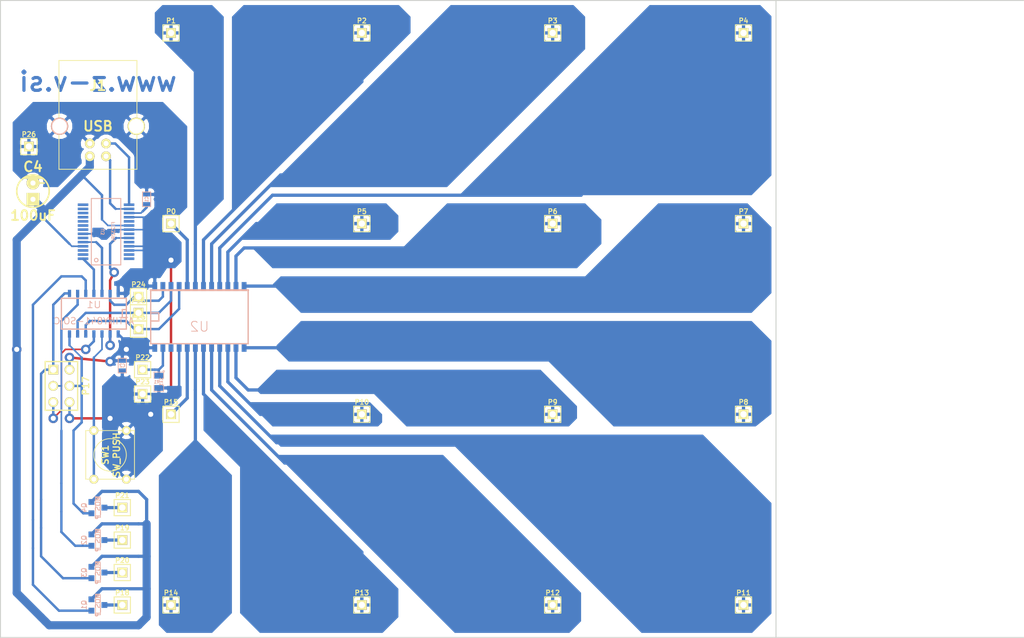
<source format=kicad_pcb>
(kicad_pcb (version 3) (host pcbnew "(2013-jul-07)-stable")

  (general
    (links 74)
    (no_connects 1)
    (area 207.569999 78.664999 367.740001 178.510001)
    (thickness 1.6)
    (drawings 5)
    (tracks 252)
    (zones 0)
    (modules 40)
    (nets 39)
  )

  (page A3)
  (layers
    (15 F.Cu signal)
    (0 B.Cu signal)
    (16 B.Adhes user)
    (17 F.Adhes user)
    (18 B.Paste user)
    (19 F.Paste user)
    (20 B.SilkS user)
    (21 F.SilkS user)
    (22 B.Mask user)
    (23 F.Mask user)
    (24 Dwgs.User user)
    (25 Cmts.User user)
    (26 Eco1.User user)
    (27 Eco2.User user)
    (28 Edge.Cuts user)
  )

  (setup
    (last_trace_width 0.254)
    (user_trace_width 0.254)
    (user_trace_width 0.381)
    (user_trace_width 0.508)
    (user_trace_width 0.635)
    (user_trace_width 1.27)
    (trace_clearance 0.254)
    (zone_clearance 0.635)
    (zone_45_only yes)
    (trace_min 0.254)
    (segment_width 0.2)
    (edge_width 0.15)
    (via_size 0.889)
    (via_drill 0.635)
    (via_min_size 0.889)
    (via_min_drill 0.508)
    (user_via 1.5 0.8)
    (uvia_size 0.508)
    (uvia_drill 0.127)
    (uvias_allowed no)
    (uvia_min_size 0.508)
    (uvia_min_drill 0.127)
    (pcb_text_width 0.3)
    (pcb_text_size 1 1)
    (mod_edge_width 0.15)
    (mod_text_size 1 1)
    (mod_text_width 0.15)
    (pad_size 1 1)
    (pad_drill 0.6)
    (pad_to_mask_clearance 0)
    (aux_axis_origin 0 0)
    (visible_elements FFFFFFFF)
    (pcbplotparams
      (layerselection 1)
      (usegerberextensions false)
      (excludeedgelayer false)
      (linewidth 0.020000)
      (plotframeref false)
      (viasonmask false)
      (mode 1)
      (useauxorigin false)
      (hpglpennumber 1)
      (hpglpenspeed 20)
      (hpglpendiameter 15)
      (hpglpenoverlay 2)
      (psnegative false)
      (psa4output false)
      (plotreference true)
      (plotvalue true)
      (plotothertext true)
      (plotinvisibletext false)
      (padsonsilk false)
      (subtractmaskfromsilk false)
      (outputformat 5)
      (mirror false)
      (drillshape 1)
      (scaleselection 1)
      (outputdirectory ""))
  )

  (net 0 "")
  (net 1 +5V)
  (net 2 /CLK)
  (net 3 /MISO)
  (net 4 /MOSI)
  (net 5 /RESET)
  (net 6 /RXD)
  (net 7 /SCK)
  (net 8 /TXD)
  (net 9 GND)
  (net 10 N-0000011)
  (net 11 N-0000012)
  (net 12 N-0000013)
  (net 13 N-0000014)
  (net 14 N-0000015)
  (net 15 N-0000016)
  (net 16 N-0000021)
  (net 17 N-0000026)
  (net 18 N-0000027)
  (net 19 N-0000028)
  (net 20 N-000003)
  (net 21 N-0000030)
  (net 22 N-0000031)
  (net 23 N-0000032)
  (net 24 N-0000033)
  (net 25 N-0000034)
  (net 26 N-0000036)
  (net 27 N-0000037)
  (net 28 N-0000038)
  (net 29 N-0000039)
  (net 30 N-0000042)
  (net 31 N-0000043)
  (net 32 N-0000044)
  (net 33 N-0000045)
  (net 34 N-0000046)
  (net 35 N-0000047)
  (net 36 N-0000048)
  (net 37 N-000007)
  (net 38 N-000008)

  (net_class Default "This is the default net class."
    (clearance 0.254)
    (trace_width 0.254)
    (via_dia 0.889)
    (via_drill 0.635)
    (uvia_dia 0.508)
    (uvia_drill 0.127)
    (add_net "")
    (add_net +5V)
    (add_net /CLK)
    (add_net /MISO)
    (add_net /MOSI)
    (add_net /RESET)
    (add_net /RXD)
    (add_net /SCK)
    (add_net /TXD)
    (add_net GND)
    (add_net N-0000011)
    (add_net N-0000012)
    (add_net N-0000013)
    (add_net N-0000014)
    (add_net N-0000015)
    (add_net N-0000016)
    (add_net N-0000021)
    (add_net N-0000026)
    (add_net N-0000027)
    (add_net N-0000028)
    (add_net N-000003)
    (add_net N-0000030)
    (add_net N-0000031)
    (add_net N-0000032)
    (add_net N-0000033)
    (add_net N-0000034)
    (add_net N-0000036)
    (add_net N-0000037)
    (add_net N-0000038)
    (add_net N-0000039)
    (add_net N-0000042)
    (add_net N-0000043)
    (add_net N-0000044)
    (add_net N-0000045)
    (add_net N-0000046)
    (add_net N-0000047)
    (add_net N-0000048)
    (add_net N-000007)
    (add_net N-000008)
  )

  (module SOT23GDS (layer B.Cu) (tedit 50911E03) (tstamp 54C3E6A6)
    (at 222.885 158.115 270)
    (descr "Module CMS SOT23 Transistore EBC")
    (tags "CMS SOT")
    (path /54C3D0F7)
    (attr smd)
    (fp_text reference Q4 (at 0 2.159 270) (layer B.SilkS)
      (effects (font (size 0.762 0.762) (thickness 0.12954)) (justify mirror))
    )
    (fp_text value MOS_P (at 0 0 270) (layer B.SilkS)
      (effects (font (size 0.762 0.762) (thickness 0.12954)) (justify mirror))
    )
    (fp_line (start -1.524 0.381) (end 1.524 0.381) (layer B.SilkS) (width 0.11938))
    (fp_line (start 1.524 0.381) (end 1.524 -0.381) (layer B.SilkS) (width 0.11938))
    (fp_line (start 1.524 -0.381) (end -1.524 -0.381) (layer B.SilkS) (width 0.11938))
    (fp_line (start -1.524 -0.381) (end -1.524 0.381) (layer B.SilkS) (width 0.11938))
    (pad S smd rect (at -0.889 1.016 270) (size 0.9144 0.9144)
      (layers B.Cu B.Paste B.Mask)
      (net 1 +5V)
    )
    (pad G smd rect (at 0.889 1.016 270) (size 0.9144 0.9144)
      (layers B.Cu B.Paste B.Mask)
      (net 4 /MOSI)
    )
    (pad D smd rect (at 0 -1.016 270) (size 0.9144 0.9144)
      (layers B.Cu B.Paste B.Mask)
      (net 36 N-0000048)
    )
    (model smd/cms_sot23.wrl
      (at (xyz 0 0 0))
      (scale (xyz 0.13 0.15 0.15))
      (rotate (xyz 0 0 0))
    )
  )

  (module SOT23GDS (layer B.Cu) (tedit 54C4C090) (tstamp 54C3E6B1)
    (at 222.885 168.275 270)
    (descr "Module CMS SOT23 Transistore EBC")
    (tags "CMS SOT")
    (path /54C3D0AA)
    (attr smd)
    (fp_text reference Q3 (at 0 2.159 270) (layer B.SilkS)
      (effects (font (size 0.762 0.762) (thickness 0.12954)) (justify mirror))
    )
    (fp_text value MOS_P (at 0 0 270) (layer B.SilkS)
      (effects (font (size 0.762 0.762) (thickness 0.12954)) (justify mirror))
    )
    (fp_line (start -1.524 0.381) (end 1.524 0.381) (layer B.SilkS) (width 0.11938))
    (fp_line (start 1.524 0.381) (end 1.524 -0.381) (layer B.SilkS) (width 0.11938))
    (fp_line (start 1.524 -0.381) (end -1.524 -0.381) (layer B.SilkS) (width 0.11938))
    (fp_line (start -1.524 -0.381) (end -1.524 0.381) (layer B.SilkS) (width 0.11938))
    (pad S smd rect (at -0.889 1.016 270) (size 0.9144 0.9144)
      (layers B.Cu B.Paste B.Mask)
      (net 1 +5V)
    )
    (pad G smd rect (at 0.889 1.016 270) (size 0.9144 0.9144)
      (layers B.Cu B.Paste B.Mask)
      (net 3 /MISO)
    )
    (pad D smd rect (at 0 -1.016 270) (size 0.9144 0.9144)
      (layers B.Cu B.Paste B.Mask)
      (net 31 N-0000043)
    )
    (model smd/cms_sot23.wrl
      (at (xyz 0 0 0))
      (scale (xyz 0.13 0.15 0.15))
      (rotate (xyz 0 0 0))
    )
  )

  (module SOT23GDS (layer B.Cu) (tedit 54C4C087) (tstamp 54C3E6BC)
    (at 222.885 163.195 270)
    (descr "Module CMS SOT23 Transistore EBC")
    (tags "CMS SOT")
    (path /54C3CFBB)
    (attr smd)
    (fp_text reference Q2 (at 0 2.159 270) (layer B.SilkS)
      (effects (font (size 0.762 0.762) (thickness 0.12954)) (justify mirror))
    )
    (fp_text value MOS_P (at 0 0 270) (layer B.SilkS)
      (effects (font (size 0.762 0.762) (thickness 0.12954)) (justify mirror))
    )
    (fp_line (start -1.524 0.381) (end 1.524 0.381) (layer B.SilkS) (width 0.11938))
    (fp_line (start 1.524 0.381) (end 1.524 -0.381) (layer B.SilkS) (width 0.11938))
    (fp_line (start 1.524 -0.381) (end -1.524 -0.381) (layer B.SilkS) (width 0.11938))
    (fp_line (start -1.524 -0.381) (end -1.524 0.381) (layer B.SilkS) (width 0.11938))
    (pad S smd rect (at -0.889 1.016 270) (size 0.9144 0.9144)
      (layers B.Cu B.Paste B.Mask)
      (net 1 +5V)
    )
    (pad G smd rect (at 0.889 1.016 270) (size 0.9144 0.9144)
      (layers B.Cu B.Paste B.Mask)
      (net 7 /SCK)
    )
    (pad D smd rect (at 0 -1.016 270) (size 0.9144 0.9144)
      (layers B.Cu B.Paste B.Mask)
      (net 21 N-0000030)
    )
    (model smd/cms_sot23.wrl
      (at (xyz 0 0 0))
      (scale (xyz 0.13 0.15 0.15))
      (rotate (xyz 0 0 0))
    )
  )

  (module SOT23GDS (layer B.Cu) (tedit 54C4C08B) (tstamp 54C3E6C7)
    (at 222.885 173.355 270)
    (descr "Module CMS SOT23 Transistore EBC")
    (tags "CMS SOT")
    (path /54C3CF39)
    (attr smd)
    (fp_text reference Q1 (at 0 2.159 270) (layer B.SilkS)
      (effects (font (size 0.762 0.762) (thickness 0.12954)) (justify mirror))
    )
    (fp_text value MOS_P (at 0 0 270) (layer B.SilkS)
      (effects (font (size 0.762 0.762) (thickness 0.12954)) (justify mirror))
    )
    (fp_line (start -1.524 0.381) (end 1.524 0.381) (layer B.SilkS) (width 0.11938))
    (fp_line (start 1.524 0.381) (end 1.524 -0.381) (layer B.SilkS) (width 0.11938))
    (fp_line (start 1.524 -0.381) (end -1.524 -0.381) (layer B.SilkS) (width 0.11938))
    (fp_line (start -1.524 -0.381) (end -1.524 0.381) (layer B.SilkS) (width 0.11938))
    (pad S smd rect (at -0.889 1.016 270) (size 0.9144 0.9144)
      (layers B.Cu B.Paste B.Mask)
      (net 1 +5V)
    )
    (pad G smd rect (at 0.889 1.016 270) (size 0.9144 0.9144)
      (layers B.Cu B.Paste B.Mask)
      (net 30 N-0000042)
    )
    (pad D smd rect (at 0 -1.016 270) (size 0.9144 0.9144)
      (layers B.Cu B.Paste B.Mask)
      (net 22 N-0000031)
    )
    (model smd/cms_sot23.wrl
      (at (xyz 0 0 0))
      (scale (xyz 0.13 0.15 0.15))
      (rotate (xyz 0 0 0))
    )
  )

  (module SO24E (layer B.Cu) (tedit 428070B7) (tstamp 54C3E6EA)
    (at 238.76 128.27)
    (path /54C3BEE8)
    (attr smd)
    (fp_text reference U2 (at 0 1.524) (layer B.SilkS)
      (effects (font (size 1.524 1.524) (thickness 0.127)) (justify mirror))
    )
    (fp_text value TLC5925 (at 0 -1.524) (layer B.SilkS) hide
      (effects (font (size 1.524 1.524) (thickness 0.127)) (justify mirror))
    )
    (fp_line (start 7.62 4.191) (end -7.62 4.191) (layer B.SilkS) (width 0.2032))
    (fp_line (start -7.62 4.191) (end -7.62 -4.191) (layer B.SilkS) (width 0.2032))
    (fp_line (start -7.62 0.635) (end -6.35 0.635) (layer B.SilkS) (width 0.2032))
    (fp_line (start -6.35 0.635) (end -6.35 -0.635) (layer B.SilkS) (width 0.2032))
    (fp_line (start -6.35 -0.635) (end -7.62 -0.635) (layer B.SilkS) (width 0.2032))
    (fp_line (start 7.62 -4.191) (end 7.62 4.191) (layer B.SilkS) (width 0.2032))
    (fp_line (start -7.62 -4.191) (end 7.62 -4.191) (layer B.SilkS) (width 0.3048))
    (pad 1 smd rect (at -6.985 -4.826) (size 0.762 1.27)
      (layers B.Cu B.Paste B.Mask)
      (net 9 GND)
    )
    (pad 2 smd rect (at -5.715 -4.826) (size 0.762 1.27)
      (layers B.Cu B.Paste B.Mask)
      (net 38 N-000008)
    )
    (pad 3 smd rect (at -4.445 -4.826) (size 0.762 1.27)
      (layers B.Cu B.Paste B.Mask)
      (net 18 N-0000027)
    )
    (pad 4 smd rect (at -3.175 -4.826) (size 0.762 1.27)
      (layers B.Cu B.Paste B.Mask)
      (net 10 N-0000011)
    )
    (pad 5 smd rect (at -1.905 -4.826) (size 0.762 1.27)
      (layers B.Cu B.Paste B.Mask)
      (net 11 N-0000012)
    )
    (pad 6 smd rect (at -0.635 -4.826) (size 0.762 1.27)
      (layers B.Cu B.Paste B.Mask)
      (net 12 N-0000013)
    )
    (pad 7 smd rect (at 0.635 -4.826) (size 0.762 1.27)
      (layers B.Cu B.Paste B.Mask)
      (net 13 N-0000014)
    )
    (pad 8 smd rect (at 1.905 -4.826) (size 0.762 1.27)
      (layers B.Cu B.Paste B.Mask)
      (net 14 N-0000015)
    )
    (pad 9 smd rect (at 3.175 -4.826) (size 0.762 1.27)
      (layers B.Cu B.Paste B.Mask)
      (net 15 N-0000016)
    )
    (pad 10 smd rect (at 4.445 -4.826) (size 0.762 1.27)
      (layers B.Cu B.Paste B.Mask)
      (net 19 N-0000028)
    )
    (pad 11 smd rect (at 5.715 -4.826) (size 0.762 1.27)
      (layers B.Cu B.Paste B.Mask)
      (net 27 N-0000037)
    )
    (pad 12 smd rect (at 6.985 -4.826) (size 0.762 1.27)
      (layers B.Cu B.Paste B.Mask)
      (net 26 N-0000036)
    )
    (pad 24 smd rect (at -6.985 4.826) (size 0.762 1.27)
      (layers B.Cu B.Paste B.Mask)
      (net 1 +5V)
    )
    (pad 23 smd rect (at -5.715 4.826) (size 0.762 1.27)
      (layers B.Cu B.Paste B.Mask)
      (net 23 N-0000032)
    )
    (pad 22 smd rect (at -4.445 4.826) (size 0.762 1.27)
      (layers B.Cu B.Paste B.Mask)
    )
    (pad 21 smd rect (at -3.175 4.826) (size 0.762 1.27)
      (layers B.Cu B.Paste B.Mask)
      (net 9 GND)
    )
    (pad 20 smd rect (at -1.905 4.826) (size 0.762 1.27)
      (layers B.Cu B.Paste B.Mask)
      (net 28 N-0000038)
    )
    (pad 19 smd rect (at -0.635 4.826) (size 0.762 1.27)
      (layers B.Cu B.Paste B.Mask)
      (net 32 N-0000044)
    )
    (pad 18 smd rect (at 0.635 4.826) (size 0.762 1.27)
      (layers B.Cu B.Paste B.Mask)
      (net 33 N-0000045)
    )
    (pad 17 smd rect (at 1.905 4.826) (size 0.762 1.27)
      (layers B.Cu B.Paste B.Mask)
      (net 34 N-0000046)
    )
    (pad 16 smd rect (at 3.175 4.826) (size 0.762 1.27)
      (layers B.Cu B.Paste B.Mask)
      (net 35 N-0000047)
    )
    (pad 15 smd rect (at 4.445 4.826) (size 0.762 1.27)
      (layers B.Cu B.Paste B.Mask)
      (net 29 N-0000039)
    )
    (pad 14 smd rect (at 5.715 4.826) (size 0.762 1.27)
      (layers B.Cu B.Paste B.Mask)
      (net 24 N-0000033)
    )
    (pad 13 smd rect (at 6.985 4.826) (size 0.762 1.27)
      (layers B.Cu B.Paste B.Mask)
      (net 25 N-0000034)
    )
    (model smd/cms_soj24.wrl
      (at (xyz 0 0 0))
      (scale (xyz 0.5 0.6 0.5))
      (rotate (xyz 0 0 0))
    )
  )

  (module SO14N (layer B.Cu) (tedit 42806FE5) (tstamp 54C3E703)
    (at 222.25 127.635 180)
    (descr "Module CMS SOJ 14 pins Large")
    (tags "CMS SOJ")
    (path /54C3C2EC)
    (attr smd)
    (fp_text reference U1 (at 0 1.27 180) (layer B.SilkS)
      (effects (font (size 1.016 1.143) (thickness 0.127)) (justify mirror))
    )
    (fp_text value ATTINY841-SOIC (at 0 -1.27 180) (layer B.SilkS)
      (effects (font (size 1.016 1.016) (thickness 0.127)) (justify mirror))
    )
    (fp_line (start 5.08 2.286) (end 5.08 -2.54) (layer B.SilkS) (width 0.2032))
    (fp_line (start 5.08 -2.54) (end -5.08 -2.54) (layer B.SilkS) (width 0.2032))
    (fp_line (start -5.08 -2.54) (end -5.08 2.286) (layer B.SilkS) (width 0.2032))
    (fp_line (start -5.08 2.286) (end 5.08 2.286) (layer B.SilkS) (width 0.2032))
    (fp_line (start -5.08 0.508) (end -4.445 0.508) (layer B.SilkS) (width 0.2032))
    (fp_line (start -4.445 0.508) (end -4.445 -0.762) (layer B.SilkS) (width 0.2032))
    (fp_line (start -4.445 -0.762) (end -5.08 -0.762) (layer B.SilkS) (width 0.2032))
    (pad 1 smd rect (at -3.81 -3.302 180) (size 0.508 1.143)
      (layers B.Cu B.Paste B.Mask)
      (net 1 +5V)
    )
    (pad 2 smd rect (at -2.54 -3.302 180) (size 0.508 1.143)
      (layers B.Cu B.Paste B.Mask)
      (net 2 /CLK)
    )
    (pad 3 smd rect (at -1.27 -3.302 180) (size 0.508 1.143)
      (layers B.Cu B.Paste B.Mask)
      (net 17 N-0000026)
    )
    (pad 4 smd rect (at 0 -3.302 180) (size 0.508 1.143)
      (layers B.Cu B.Paste B.Mask)
      (net 5 /RESET)
    )
    (pad 5 smd rect (at 1.27 -3.302 180) (size 0.508 1.143)
      (layers B.Cu B.Paste B.Mask)
      (net 10 N-0000011)
    )
    (pad 6 smd rect (at 2.54 -3.302 180) (size 0.508 1.143)
      (layers B.Cu B.Paste B.Mask)
      (net 18 N-0000027)
    )
    (pad 7 smd rect (at 3.81 -3.302 180) (size 0.508 1.143)
      (layers B.Cu B.Paste B.Mask)
      (net 4 /MOSI)
    )
    (pad 8 smd rect (at 3.81 3.048 180) (size 0.508 1.143)
      (layers B.Cu B.Paste B.Mask)
      (net 3 /MISO)
    )
    (pad 9 smd rect (at 2.54 3.048 180) (size 0.508 1.143)
      (layers B.Cu B.Paste B.Mask)
      (net 7 /SCK)
    )
    (pad 11 smd rect (at 0 3.048 180) (size 0.508 1.143)
      (layers B.Cu B.Paste B.Mask)
      (net 8 /TXD)
    )
    (pad 12 smd rect (at -1.27 3.048 180) (size 0.508 1.143)
      (layers B.Cu B.Paste B.Mask)
      (net 6 /RXD)
    )
    (pad 13 smd rect (at -2.54 3.048 180) (size 0.508 1.143)
      (layers B.Cu B.Paste B.Mask)
      (net 38 N-000008)
    )
    (pad 14 smd rect (at -3.81 3.048 180) (size 0.508 1.143)
      (layers B.Cu B.Paste B.Mask)
      (net 9 GND)
    )
    (pad 10 smd rect (at 1.27 3.048 180) (size 0.508 1.143)
      (layers B.Cu B.Paste B.Mask)
      (net 30 N-0000042)
    )
    (model smd/cms_so14.wrl
      (at (xyz 0 0 0))
      (scale (xyz 0.5 0.4 0.5))
      (rotate (xyz 0 0 0))
    )
  )

  (module SM0805 (layer B.Cu) (tedit 54C4D038) (tstamp 54C3E710)
    (at 232.41 138.43 270)
    (path /54C3CA89)
    (attr smd)
    (fp_text reference R1 (at 0 0.3175 360) (layer B.SilkS)
      (effects (font (size 0.50038 0.50038) (thickness 0.10922)) (justify mirror))
    )
    (fp_text value 1k1 (at 0 -0.381 270) (layer B.SilkS)
      (effects (font (size 0.50038 0.50038) (thickness 0.10922)) (justify mirror))
    )
    (fp_circle (center -1.651 -0.762) (end -1.651 -0.635) (layer B.SilkS) (width 0.09906))
    (fp_line (start -0.508 -0.762) (end -1.524 -0.762) (layer B.SilkS) (width 0.09906))
    (fp_line (start -1.524 -0.762) (end -1.524 0.762) (layer B.SilkS) (width 0.09906))
    (fp_line (start -1.524 0.762) (end -0.508 0.762) (layer B.SilkS) (width 0.09906))
    (fp_line (start 0.508 0.762) (end 1.524 0.762) (layer B.SilkS) (width 0.09906))
    (fp_line (start 1.524 0.762) (end 1.524 -0.762) (layer B.SilkS) (width 0.09906))
    (fp_line (start 1.524 -0.762) (end 0.508 -0.762) (layer B.SilkS) (width 0.09906))
    (pad 1 smd rect (at -0.9525 0 270) (size 0.889 1.397)
      (layers B.Cu B.Paste B.Mask)
      (net 23 N-0000032)
    )
    (pad 2 smd rect (at 0.9525 0 270) (size 0.889 1.397)
      (layers B.Cu B.Paste B.Mask)
      (net 9 GND)
    )
    (model smd/chip_cms.wrl
      (at (xyz 0 0 0))
      (scale (xyz 0.1 0.1 0.1))
      (rotate (xyz 0 0 0))
    )
  )

  (module pin_array_3x2 (layer F.Cu) (tedit 42931587) (tstamp 54C3E71E)
    (at 217.17 139.065 270)
    (descr "Double rangee de contacts 2 x 4 pins")
    (tags CONN)
    (path /54C3D358)
    (fp_text reference P17 (at 0 -3.81 270) (layer F.SilkS)
      (effects (font (size 1.016 1.016) (thickness 0.2032)))
    )
    (fp_text value CONN_3X2 (at 0 3.81 270) (layer F.SilkS) hide
      (effects (font (size 1.016 1.016) (thickness 0.2032)))
    )
    (fp_line (start 3.81 2.54) (end -3.81 2.54) (layer F.SilkS) (width 0.2032))
    (fp_line (start -3.81 -2.54) (end 3.81 -2.54) (layer F.SilkS) (width 0.2032))
    (fp_line (start 3.81 -2.54) (end 3.81 2.54) (layer F.SilkS) (width 0.2032))
    (fp_line (start -3.81 2.54) (end -3.81 -2.54) (layer F.SilkS) (width 0.2032))
    (pad 1 thru_hole rect (at -2.54 1.27 270) (size 1.524 1.524) (drill 1.016)
      (layers *.Cu *.Mask F.SilkS)
      (net 3 /MISO)
    )
    (pad 2 thru_hole circle (at -2.54 -1.27 270) (size 1.524 1.524) (drill 1.016)
      (layers *.Cu *.Mask F.SilkS)
      (net 1 +5V)
    )
    (pad 3 thru_hole circle (at 0 1.27 270) (size 1.524 1.524) (drill 1.016)
      (layers *.Cu *.Mask F.SilkS)
      (net 7 /SCK)
    )
    (pad 4 thru_hole circle (at 0 -1.27 270) (size 1.524 1.524) (drill 1.016)
      (layers *.Cu *.Mask F.SilkS)
      (net 4 /MOSI)
    )
    (pad 5 thru_hole circle (at 2.54 1.27 270) (size 1.524 1.524) (drill 1.016)
      (layers *.Cu *.Mask F.SilkS)
      (net 5 /RESET)
    )
    (pad 6 thru_hole circle (at 2.54 -1.27 270) (size 1.524 1.524) (drill 1.016)
      (layers *.Cu *.Mask F.SilkS)
      (net 9 GND)
    )
    (model pin_array/pins_array_3x2.wrl
      (at (xyz 0 0 0))
      (scale (xyz 1 1 1))
      (rotate (xyz 0 0 0))
    )
  )

  (module PIN_ARRAY_1 (layer F.Cu) (tedit 4E4E744E) (tstamp 54C3E731)
    (at 294.005 113.665)
    (descr "1 pin")
    (tags "CONN DEV")
    (path /54C3C717)
    (fp_text reference P6 (at 0 -1.905) (layer F.SilkS)
      (effects (font (size 0.762 0.762) (thickness 0.1524)))
    )
    (fp_text value CONN_1 (at 0 -1.905) (layer F.SilkS) hide
      (effects (font (size 0.762 0.762) (thickness 0.1524)))
    )
    (fp_line (start 1.27 1.27) (end -1.27 1.27) (layer F.SilkS) (width 0.1524))
    (fp_line (start -1.27 -1.27) (end 1.27 -1.27) (layer F.SilkS) (width 0.1524))
    (fp_line (start -1.27 1.27) (end -1.27 -1.27) (layer F.SilkS) (width 0.1524))
    (fp_line (start 1.27 -1.27) (end 1.27 1.27) (layer F.SilkS) (width 0.1524))
    (pad 1 thru_hole rect (at 0 0) (size 1.524 1.524) (drill 1.016)
      (layers *.Cu *.Mask F.SilkS)
      (net 27 N-0000037)
    )
    (model pin_array\pin_1.wrl
      (at (xyz 0 0 0))
      (scale (xyz 1 1 1))
      (rotate (xyz 0 0 0))
    )
  )

  (module PIN_ARRAY_1 (layer F.Cu) (tedit 4E4E744E) (tstamp 54C3E73A)
    (at 234.315 113.665)
    (descr "1 pin")
    (tags "CONN DEV")
    (path /54C3C6BC)
    (fp_text reference P0 (at 0 -1.905) (layer F.SilkS)
      (effects (font (size 0.762 0.762) (thickness 0.1524)))
    )
    (fp_text value CONN_1 (at 0 -1.905) (layer F.SilkS) hide
      (effects (font (size 0.762 0.762) (thickness 0.1524)))
    )
    (fp_line (start 1.27 1.27) (end -1.27 1.27) (layer F.SilkS) (width 0.1524))
    (fp_line (start -1.27 -1.27) (end 1.27 -1.27) (layer F.SilkS) (width 0.1524))
    (fp_line (start -1.27 1.27) (end -1.27 -1.27) (layer F.SilkS) (width 0.1524))
    (fp_line (start 1.27 -1.27) (end 1.27 1.27) (layer F.SilkS) (width 0.1524))
    (pad 1 thru_hole rect (at 0 0) (size 1.524 1.524) (drill 1.016)
      (layers *.Cu *.Mask F.SilkS)
      (net 11 N-0000012)
    )
    (model pin_array\pin_1.wrl
      (at (xyz 0 0 0))
      (scale (xyz 1 1 1))
      (rotate (xyz 0 0 0))
    )
  )

  (module PIN_ARRAY_1 (layer F.Cu) (tedit 4E4E744E) (tstamp 54C3E743)
    (at 234.315 83.82)
    (descr "1 pin")
    (tags "CONN DEV")
    (path /54C3C6CC)
    (fp_text reference P1 (at 0 -1.905) (layer F.SilkS)
      (effects (font (size 0.762 0.762) (thickness 0.1524)))
    )
    (fp_text value CONN_1 (at 0 -1.905) (layer F.SilkS) hide
      (effects (font (size 0.762 0.762) (thickness 0.1524)))
    )
    (fp_line (start 1.27 1.27) (end -1.27 1.27) (layer F.SilkS) (width 0.1524))
    (fp_line (start -1.27 -1.27) (end 1.27 -1.27) (layer F.SilkS) (width 0.1524))
    (fp_line (start -1.27 1.27) (end -1.27 -1.27) (layer F.SilkS) (width 0.1524))
    (fp_line (start 1.27 -1.27) (end 1.27 1.27) (layer F.SilkS) (width 0.1524))
    (pad 1 thru_hole rect (at 0 0) (size 1.524 1.524) (drill 1.016)
      (layers *.Cu *.Mask F.SilkS)
      (net 12 N-0000013)
    )
    (model pin_array\pin_1.wrl
      (at (xyz 0 0 0))
      (scale (xyz 1 1 1))
      (rotate (xyz 0 0 0))
    )
  )

  (module PIN_ARRAY_1 (layer F.Cu) (tedit 4E4E744E) (tstamp 54C3E74C)
    (at 226.695 158.115)
    (descr "1 pin")
    (tags "CONN DEV")
    (path /54C3D175)
    (fp_text reference P21 (at 0 -1.905) (layer F.SilkS)
      (effects (font (size 0.762 0.762) (thickness 0.1524)))
    )
    (fp_text value CONN_1 (at 0 -1.905) (layer F.SilkS) hide
      (effects (font (size 0.762 0.762) (thickness 0.1524)))
    )
    (fp_line (start 1.27 1.27) (end -1.27 1.27) (layer F.SilkS) (width 0.1524))
    (fp_line (start -1.27 -1.27) (end 1.27 -1.27) (layer F.SilkS) (width 0.1524))
    (fp_line (start -1.27 1.27) (end -1.27 -1.27) (layer F.SilkS) (width 0.1524))
    (fp_line (start 1.27 -1.27) (end 1.27 1.27) (layer F.SilkS) (width 0.1524))
    (pad 1 thru_hole rect (at 0 0) (size 1.524 1.524) (drill 1.016)
      (layers *.Cu *.Mask F.SilkS)
      (net 36 N-0000048)
    )
    (model pin_array\pin_1.wrl
      (at (xyz 0 0 0))
      (scale (xyz 1 1 1))
      (rotate (xyz 0 0 0))
    )
  )

  (module PIN_ARRAY_1 (layer F.Cu) (tedit 4E4E744E) (tstamp 54C3E755)
    (at 226.695 168.275)
    (descr "1 pin")
    (tags "CONN DEV")
    (path /54C3D166)
    (fp_text reference P20 (at 0 -1.905) (layer F.SilkS)
      (effects (font (size 0.762 0.762) (thickness 0.1524)))
    )
    (fp_text value CONN_1 (at 0 -1.905) (layer F.SilkS) hide
      (effects (font (size 0.762 0.762) (thickness 0.1524)))
    )
    (fp_line (start 1.27 1.27) (end -1.27 1.27) (layer F.SilkS) (width 0.1524))
    (fp_line (start -1.27 -1.27) (end 1.27 -1.27) (layer F.SilkS) (width 0.1524))
    (fp_line (start -1.27 1.27) (end -1.27 -1.27) (layer F.SilkS) (width 0.1524))
    (fp_line (start 1.27 -1.27) (end 1.27 1.27) (layer F.SilkS) (width 0.1524))
    (pad 1 thru_hole rect (at 0 0) (size 1.524 1.524) (drill 1.016)
      (layers *.Cu *.Mask F.SilkS)
      (net 31 N-0000043)
    )
    (model pin_array\pin_1.wrl
      (at (xyz 0 0 0))
      (scale (xyz 1 1 1))
      (rotate (xyz 0 0 0))
    )
  )

  (module PIN_ARRAY_1 (layer F.Cu) (tedit 4E4E744E) (tstamp 54C3E75E)
    (at 226.695 163.195)
    (descr "1 pin")
    (tags "CONN DEV")
    (path /54C3D155)
    (fp_text reference P19 (at 0 -1.905) (layer F.SilkS)
      (effects (font (size 0.762 0.762) (thickness 0.1524)))
    )
    (fp_text value CONN_1 (at 0 -1.905) (layer F.SilkS) hide
      (effects (font (size 0.762 0.762) (thickness 0.1524)))
    )
    (fp_line (start 1.27 1.27) (end -1.27 1.27) (layer F.SilkS) (width 0.1524))
    (fp_line (start -1.27 -1.27) (end 1.27 -1.27) (layer F.SilkS) (width 0.1524))
    (fp_line (start -1.27 1.27) (end -1.27 -1.27) (layer F.SilkS) (width 0.1524))
    (fp_line (start 1.27 -1.27) (end 1.27 1.27) (layer F.SilkS) (width 0.1524))
    (pad 1 thru_hole rect (at 0 0) (size 1.524 1.524) (drill 1.016)
      (layers *.Cu *.Mask F.SilkS)
      (net 21 N-0000030)
    )
    (model pin_array\pin_1.wrl
      (at (xyz 0 0 0))
      (scale (xyz 1 1 1))
      (rotate (xyz 0 0 0))
    )
  )

  (module PIN_ARRAY_1 (layer F.Cu) (tedit 4E4E744E) (tstamp 54C3E767)
    (at 264.16 83.82)
    (descr "1 pin")
    (tags "CONN DEV")
    (path /54C3C6DB)
    (fp_text reference P2 (at 0 -1.905) (layer F.SilkS)
      (effects (font (size 0.762 0.762) (thickness 0.1524)))
    )
    (fp_text value CONN_1 (at 0 -1.905) (layer F.SilkS) hide
      (effects (font (size 0.762 0.762) (thickness 0.1524)))
    )
    (fp_line (start 1.27 1.27) (end -1.27 1.27) (layer F.SilkS) (width 0.1524))
    (fp_line (start -1.27 -1.27) (end 1.27 -1.27) (layer F.SilkS) (width 0.1524))
    (fp_line (start -1.27 1.27) (end -1.27 -1.27) (layer F.SilkS) (width 0.1524))
    (fp_line (start 1.27 -1.27) (end 1.27 1.27) (layer F.SilkS) (width 0.1524))
    (pad 1 thru_hole rect (at 0 0) (size 1.524 1.524) (drill 1.016)
      (layers *.Cu *.Mask F.SilkS)
      (net 13 N-0000014)
    )
    (model pin_array\pin_1.wrl
      (at (xyz 0 0 0))
      (scale (xyz 1 1 1))
      (rotate (xyz 0 0 0))
    )
  )

  (module PIN_ARRAY_1 (layer F.Cu) (tedit 4E4E744E) (tstamp 54C3E770)
    (at 294.005 83.82)
    (descr "1 pin")
    (tags "CONN DEV")
    (path /54C3C6EA)
    (fp_text reference P3 (at 0 -1.905) (layer F.SilkS)
      (effects (font (size 0.762 0.762) (thickness 0.1524)))
    )
    (fp_text value CONN_1 (at 0 -1.905) (layer F.SilkS) hide
      (effects (font (size 0.762 0.762) (thickness 0.1524)))
    )
    (fp_line (start 1.27 1.27) (end -1.27 1.27) (layer F.SilkS) (width 0.1524))
    (fp_line (start -1.27 -1.27) (end 1.27 -1.27) (layer F.SilkS) (width 0.1524))
    (fp_line (start -1.27 1.27) (end -1.27 -1.27) (layer F.SilkS) (width 0.1524))
    (fp_line (start 1.27 -1.27) (end 1.27 1.27) (layer F.SilkS) (width 0.1524))
    (pad 1 thru_hole rect (at 0 0) (size 1.524 1.524) (drill 1.016)
      (layers *.Cu *.Mask F.SilkS)
      (net 14 N-0000015)
    )
    (model pin_array\pin_1.wrl
      (at (xyz 0 0 0))
      (scale (xyz 1 1 1))
      (rotate (xyz 0 0 0))
    )
  )

  (module PIN_ARRAY_1 (layer F.Cu) (tedit 4E4E744E) (tstamp 54C3E779)
    (at 226.695 173.355)
    (descr "1 pin")
    (tags "CONN DEV")
    (path /54C3D038)
    (fp_text reference P18 (at 0 -1.905) (layer F.SilkS)
      (effects (font (size 0.762 0.762) (thickness 0.1524)))
    )
    (fp_text value CONN_1 (at 0 -1.905) (layer F.SilkS) hide
      (effects (font (size 0.762 0.762) (thickness 0.1524)))
    )
    (fp_line (start 1.27 1.27) (end -1.27 1.27) (layer F.SilkS) (width 0.1524))
    (fp_line (start -1.27 -1.27) (end 1.27 -1.27) (layer F.SilkS) (width 0.1524))
    (fp_line (start -1.27 1.27) (end -1.27 -1.27) (layer F.SilkS) (width 0.1524))
    (fp_line (start 1.27 -1.27) (end 1.27 1.27) (layer F.SilkS) (width 0.1524))
    (pad 1 thru_hole rect (at 0 0) (size 1.524 1.524) (drill 1.016)
      (layers *.Cu *.Mask F.SilkS)
      (net 22 N-0000031)
    )
    (model pin_array\pin_1.wrl
      (at (xyz 0 0 0))
      (scale (xyz 1 1 1))
      (rotate (xyz 0 0 0))
    )
  )

  (module PIN_ARRAY_1 (layer F.Cu) (tedit 4E4E744E) (tstamp 54C3E782)
    (at 323.85 83.82)
    (descr "1 pin")
    (tags "CONN DEV")
    (path /54C3C6F9)
    (fp_text reference P4 (at 0 -1.905) (layer F.SilkS)
      (effects (font (size 0.762 0.762) (thickness 0.1524)))
    )
    (fp_text value CONN_1 (at 0 -1.905) (layer F.SilkS) hide
      (effects (font (size 0.762 0.762) (thickness 0.1524)))
    )
    (fp_line (start 1.27 1.27) (end -1.27 1.27) (layer F.SilkS) (width 0.1524))
    (fp_line (start -1.27 -1.27) (end 1.27 -1.27) (layer F.SilkS) (width 0.1524))
    (fp_line (start -1.27 1.27) (end -1.27 -1.27) (layer F.SilkS) (width 0.1524))
    (fp_line (start 1.27 -1.27) (end 1.27 1.27) (layer F.SilkS) (width 0.1524))
    (pad 1 thru_hole rect (at 0 0) (size 1.524 1.524) (drill 1.016)
      (layers *.Cu *.Mask F.SilkS)
      (net 15 N-0000016)
    )
    (model pin_array\pin_1.wrl
      (at (xyz 0 0 0))
      (scale (xyz 1 1 1))
      (rotate (xyz 0 0 0))
    )
  )

  (module PIN_ARRAY_1 (layer F.Cu) (tedit 4E4E744E) (tstamp 54C3E78B)
    (at 264.16 113.665)
    (descr "1 pin")
    (tags "CONN DEV")
    (path /54C3C708)
    (fp_text reference P5 (at 0 -1.905) (layer F.SilkS)
      (effects (font (size 0.762 0.762) (thickness 0.1524)))
    )
    (fp_text value CONN_1 (at 0 -1.905) (layer F.SilkS) hide
      (effects (font (size 0.762 0.762) (thickness 0.1524)))
    )
    (fp_line (start 1.27 1.27) (end -1.27 1.27) (layer F.SilkS) (width 0.1524))
    (fp_line (start -1.27 -1.27) (end 1.27 -1.27) (layer F.SilkS) (width 0.1524))
    (fp_line (start -1.27 1.27) (end -1.27 -1.27) (layer F.SilkS) (width 0.1524))
    (fp_line (start 1.27 -1.27) (end 1.27 1.27) (layer F.SilkS) (width 0.1524))
    (pad 1 thru_hole rect (at 0 0) (size 1.524 1.524) (drill 1.016)
      (layers *.Cu *.Mask F.SilkS)
      (net 19 N-0000028)
    )
    (model pin_array\pin_1.wrl
      (at (xyz 0 0 0))
      (scale (xyz 1 1 1))
      (rotate (xyz 0 0 0))
    )
  )

  (module PIN_ARRAY_1 (layer F.Cu) (tedit 4E4E744E) (tstamp 54C3E794)
    (at 323.85 113.665)
    (descr "1 pin")
    (tags "CONN DEV")
    (path /54C3C726)
    (fp_text reference P7 (at 0 -1.905) (layer F.SilkS)
      (effects (font (size 0.762 0.762) (thickness 0.1524)))
    )
    (fp_text value CONN_1 (at 0 -1.905) (layer F.SilkS) hide
      (effects (font (size 0.762 0.762) (thickness 0.1524)))
    )
    (fp_line (start 1.27 1.27) (end -1.27 1.27) (layer F.SilkS) (width 0.1524))
    (fp_line (start -1.27 -1.27) (end 1.27 -1.27) (layer F.SilkS) (width 0.1524))
    (fp_line (start -1.27 1.27) (end -1.27 -1.27) (layer F.SilkS) (width 0.1524))
    (fp_line (start 1.27 -1.27) (end 1.27 1.27) (layer F.SilkS) (width 0.1524))
    (pad 1 thru_hole rect (at 0 0) (size 1.524 1.524) (drill 1.016)
      (layers *.Cu *.Mask F.SilkS)
      (net 26 N-0000036)
    )
    (model pin_array\pin_1.wrl
      (at (xyz 0 0 0))
      (scale (xyz 1 1 1))
      (rotate (xyz 0 0 0))
    )
  )

  (module PIN_ARRAY_1 (layer F.Cu) (tedit 4E4E744E) (tstamp 54C3E79D)
    (at 229.87 136.525)
    (descr "1 pin")
    (tags "CONN DEV")
    (path /54C3CA61)
    (fp_text reference P22 (at 0 -1.905) (layer F.SilkS)
      (effects (font (size 0.762 0.762) (thickness 0.1524)))
    )
    (fp_text value CONN_1 (at 0 -1.905) (layer F.SilkS) hide
      (effects (font (size 0.762 0.762) (thickness 0.1524)))
    )
    (fp_line (start 1.27 1.27) (end -1.27 1.27) (layer F.SilkS) (width 0.1524))
    (fp_line (start -1.27 -1.27) (end 1.27 -1.27) (layer F.SilkS) (width 0.1524))
    (fp_line (start -1.27 1.27) (end -1.27 -1.27) (layer F.SilkS) (width 0.1524))
    (fp_line (start 1.27 -1.27) (end 1.27 1.27) (layer F.SilkS) (width 0.1524))
    (pad 1 thru_hole rect (at 0 0) (size 1.524 1.524) (drill 1.016)
      (layers *.Cu *.Mask F.SilkS)
      (net 23 N-0000032)
    )
    (model pin_array\pin_1.wrl
      (at (xyz 0 0 0))
      (scale (xyz 1 1 1))
      (rotate (xyz 0 0 0))
    )
  )

  (module PIN_ARRAY_1 (layer F.Cu) (tedit 4E4E744E) (tstamp 54C3E7A6)
    (at 229.87 140.335)
    (descr "1 pin")
    (tags "CONN DEV")
    (path /54C3CA52)
    (fp_text reference P23 (at 0 -1.905) (layer F.SilkS)
      (effects (font (size 0.762 0.762) (thickness 0.1524)))
    )
    (fp_text value CONN_1 (at 0 -1.905) (layer F.SilkS) hide
      (effects (font (size 0.762 0.762) (thickness 0.1524)))
    )
    (fp_line (start 1.27 1.27) (end -1.27 1.27) (layer F.SilkS) (width 0.1524))
    (fp_line (start -1.27 -1.27) (end 1.27 -1.27) (layer F.SilkS) (width 0.1524))
    (fp_line (start -1.27 1.27) (end -1.27 -1.27) (layer F.SilkS) (width 0.1524))
    (fp_line (start 1.27 -1.27) (end 1.27 1.27) (layer F.SilkS) (width 0.1524))
    (pad 1 thru_hole rect (at 0 0) (size 1.524 1.524) (drill 1.016)
      (layers *.Cu *.Mask F.SilkS)
      (net 9 GND)
    )
    (model pin_array\pin_1.wrl
      (at (xyz 0 0 0))
      (scale (xyz 1 1 1))
      (rotate (xyz 0 0 0))
    )
  )

  (module PIN_ARRAY_1 (layer F.Cu) (tedit 4E4E744E) (tstamp 54C3E7AF)
    (at 234.315 143.51)
    (descr "1 pin")
    (tags "CONN DEV")
    (path /54C3C79E)
    (fp_text reference P15 (at 0 -1.905) (layer F.SilkS)
      (effects (font (size 0.762 0.762) (thickness 0.1524)))
    )
    (fp_text value CONN_1 (at 0 -1.905) (layer F.SilkS) hide
      (effects (font (size 0.762 0.762) (thickness 0.1524)))
    )
    (fp_line (start 1.27 1.27) (end -1.27 1.27) (layer F.SilkS) (width 0.1524))
    (fp_line (start -1.27 -1.27) (end 1.27 -1.27) (layer F.SilkS) (width 0.1524))
    (fp_line (start -1.27 1.27) (end -1.27 -1.27) (layer F.SilkS) (width 0.1524))
    (fp_line (start 1.27 -1.27) (end 1.27 1.27) (layer F.SilkS) (width 0.1524))
    (pad 1 thru_hole rect (at 0 0) (size 1.524 1.524) (drill 1.016)
      (layers *.Cu *.Mask F.SilkS)
      (net 28 N-0000038)
    )
    (model pin_array\pin_1.wrl
      (at (xyz 0 0 0))
      (scale (xyz 1 1 1))
      (rotate (xyz 0 0 0))
    )
  )

  (module PIN_ARRAY_1 (layer F.Cu) (tedit 4E4E744E) (tstamp 54C3E7B8)
    (at 234.315 173.355)
    (descr "1 pin")
    (tags "CONN DEV")
    (path /54C3C78F)
    (fp_text reference P14 (at 0 -1.905) (layer F.SilkS)
      (effects (font (size 0.762 0.762) (thickness 0.1524)))
    )
    (fp_text value CONN_1 (at 0 -1.905) (layer F.SilkS) hide
      (effects (font (size 0.762 0.762) (thickness 0.1524)))
    )
    (fp_line (start 1.27 1.27) (end -1.27 1.27) (layer F.SilkS) (width 0.1524))
    (fp_line (start -1.27 -1.27) (end 1.27 -1.27) (layer F.SilkS) (width 0.1524))
    (fp_line (start -1.27 1.27) (end -1.27 -1.27) (layer F.SilkS) (width 0.1524))
    (fp_line (start 1.27 -1.27) (end 1.27 1.27) (layer F.SilkS) (width 0.1524))
    (pad 1 thru_hole rect (at 0 0) (size 1.524 1.524) (drill 1.016)
      (layers *.Cu *.Mask F.SilkS)
      (net 32 N-0000044)
    )
    (model pin_array\pin_1.wrl
      (at (xyz 0 0 0))
      (scale (xyz 1 1 1))
      (rotate (xyz 0 0 0))
    )
  )

  (module PIN_ARRAY_1 (layer F.Cu) (tedit 4E4E744E) (tstamp 54C3E7C1)
    (at 264.16 173.355)
    (descr "1 pin")
    (tags "CONN DEV")
    (path /54C3C780)
    (fp_text reference P13 (at 0 -1.905) (layer F.SilkS)
      (effects (font (size 0.762 0.762) (thickness 0.1524)))
    )
    (fp_text value CONN_1 (at 0 -1.905) (layer F.SilkS) hide
      (effects (font (size 0.762 0.762) (thickness 0.1524)))
    )
    (fp_line (start 1.27 1.27) (end -1.27 1.27) (layer F.SilkS) (width 0.1524))
    (fp_line (start -1.27 -1.27) (end 1.27 -1.27) (layer F.SilkS) (width 0.1524))
    (fp_line (start -1.27 1.27) (end -1.27 -1.27) (layer F.SilkS) (width 0.1524))
    (fp_line (start 1.27 -1.27) (end 1.27 1.27) (layer F.SilkS) (width 0.1524))
    (pad 1 thru_hole rect (at 0 0) (size 1.524 1.524) (drill 1.016)
      (layers *.Cu *.Mask F.SilkS)
      (net 33 N-0000045)
    )
    (model pin_array\pin_1.wrl
      (at (xyz 0 0 0))
      (scale (xyz 1 1 1))
      (rotate (xyz 0 0 0))
    )
  )

  (module PIN_ARRAY_1 (layer F.Cu) (tedit 4E4E744E) (tstamp 54C3E7CA)
    (at 294.005 173.355)
    (descr "1 pin")
    (tags "CONN DEV")
    (path /54C3C771)
    (fp_text reference P12 (at 0 -1.905) (layer F.SilkS)
      (effects (font (size 0.762 0.762) (thickness 0.1524)))
    )
    (fp_text value CONN_1 (at 0 -1.905) (layer F.SilkS) hide
      (effects (font (size 0.762 0.762) (thickness 0.1524)))
    )
    (fp_line (start 1.27 1.27) (end -1.27 1.27) (layer F.SilkS) (width 0.1524))
    (fp_line (start -1.27 -1.27) (end 1.27 -1.27) (layer F.SilkS) (width 0.1524))
    (fp_line (start -1.27 1.27) (end -1.27 -1.27) (layer F.SilkS) (width 0.1524))
    (fp_line (start 1.27 -1.27) (end 1.27 1.27) (layer F.SilkS) (width 0.1524))
    (pad 1 thru_hole rect (at 0 0) (size 1.524 1.524) (drill 1.016)
      (layers *.Cu *.Mask F.SilkS)
      (net 34 N-0000046)
    )
    (model pin_array\pin_1.wrl
      (at (xyz 0 0 0))
      (scale (xyz 1 1 1))
      (rotate (xyz 0 0 0))
    )
  )

  (module PIN_ARRAY_1 (layer F.Cu) (tedit 4E4E744E) (tstamp 54C3E7D3)
    (at 323.85 173.355)
    (descr "1 pin")
    (tags "CONN DEV")
    (path /54C3C762)
    (fp_text reference P11 (at 0 -1.905) (layer F.SilkS)
      (effects (font (size 0.762 0.762) (thickness 0.1524)))
    )
    (fp_text value CONN_1 (at 0 -1.905) (layer F.SilkS) hide
      (effects (font (size 0.762 0.762) (thickness 0.1524)))
    )
    (fp_line (start 1.27 1.27) (end -1.27 1.27) (layer F.SilkS) (width 0.1524))
    (fp_line (start -1.27 -1.27) (end 1.27 -1.27) (layer F.SilkS) (width 0.1524))
    (fp_line (start -1.27 1.27) (end -1.27 -1.27) (layer F.SilkS) (width 0.1524))
    (fp_line (start 1.27 -1.27) (end 1.27 1.27) (layer F.SilkS) (width 0.1524))
    (pad 1 thru_hole rect (at 0 0) (size 1.524 1.524) (drill 1.016)
      (layers *.Cu *.Mask F.SilkS)
      (net 35 N-0000047)
    )
    (model pin_array\pin_1.wrl
      (at (xyz 0 0 0))
      (scale (xyz 1 1 1))
      (rotate (xyz 0 0 0))
    )
  )

  (module PIN_ARRAY_1 (layer F.Cu) (tedit 4E4E744E) (tstamp 54C3E7DC)
    (at 264.16 143.51)
    (descr "1 pin")
    (tags "CONN DEV")
    (path /54C3C753)
    (fp_text reference P10 (at 0 -1.905) (layer F.SilkS)
      (effects (font (size 0.762 0.762) (thickness 0.1524)))
    )
    (fp_text value CONN_1 (at 0 -1.905) (layer F.SilkS) hide
      (effects (font (size 0.762 0.762) (thickness 0.1524)))
    )
    (fp_line (start 1.27 1.27) (end -1.27 1.27) (layer F.SilkS) (width 0.1524))
    (fp_line (start -1.27 -1.27) (end 1.27 -1.27) (layer F.SilkS) (width 0.1524))
    (fp_line (start -1.27 1.27) (end -1.27 -1.27) (layer F.SilkS) (width 0.1524))
    (fp_line (start 1.27 -1.27) (end 1.27 1.27) (layer F.SilkS) (width 0.1524))
    (pad 1 thru_hole rect (at 0 0) (size 1.524 1.524) (drill 1.016)
      (layers *.Cu *.Mask F.SilkS)
      (net 29 N-0000039)
    )
    (model pin_array\pin_1.wrl
      (at (xyz 0 0 0))
      (scale (xyz 1 1 1))
      (rotate (xyz 0 0 0))
    )
  )

  (module PIN_ARRAY_1 (layer F.Cu) (tedit 4E4E744E) (tstamp 54C3E7E5)
    (at 294.005 143.51)
    (descr "1 pin")
    (tags "CONN DEV")
    (path /54C3C744)
    (fp_text reference P9 (at 0 -1.905) (layer F.SilkS)
      (effects (font (size 0.762 0.762) (thickness 0.1524)))
    )
    (fp_text value CONN_1 (at 0 -1.905) (layer F.SilkS) hide
      (effects (font (size 0.762 0.762) (thickness 0.1524)))
    )
    (fp_line (start 1.27 1.27) (end -1.27 1.27) (layer F.SilkS) (width 0.1524))
    (fp_line (start -1.27 -1.27) (end 1.27 -1.27) (layer F.SilkS) (width 0.1524))
    (fp_line (start -1.27 1.27) (end -1.27 -1.27) (layer F.SilkS) (width 0.1524))
    (fp_line (start 1.27 -1.27) (end 1.27 1.27) (layer F.SilkS) (width 0.1524))
    (pad 1 thru_hole rect (at 0 0) (size 1.524 1.524) (drill 1.016)
      (layers *.Cu *.Mask F.SilkS)
      (net 24 N-0000033)
    )
    (model pin_array\pin_1.wrl
      (at (xyz 0 0 0))
      (scale (xyz 1 1 1))
      (rotate (xyz 0 0 0))
    )
  )

  (module PIN_ARRAY_1 (layer F.Cu) (tedit 4E4E744E) (tstamp 54C3E7EE)
    (at 323.85 143.51)
    (descr "1 pin")
    (tags "CONN DEV")
    (path /54C3C735)
    (fp_text reference P8 (at 0 -1.905) (layer F.SilkS)
      (effects (font (size 0.762 0.762) (thickness 0.1524)))
    )
    (fp_text value CONN_1 (at 0 -1.905) (layer F.SilkS) hide
      (effects (font (size 0.762 0.762) (thickness 0.1524)))
    )
    (fp_line (start 1.27 1.27) (end -1.27 1.27) (layer F.SilkS) (width 0.1524))
    (fp_line (start -1.27 -1.27) (end 1.27 -1.27) (layer F.SilkS) (width 0.1524))
    (fp_line (start -1.27 1.27) (end -1.27 -1.27) (layer F.SilkS) (width 0.1524))
    (fp_line (start 1.27 -1.27) (end 1.27 1.27) (layer F.SilkS) (width 0.1524))
    (pad 1 thru_hole rect (at 0 0) (size 1.524 1.524) (drill 1.016)
      (layers *.Cu *.Mask F.SilkS)
      (net 25 N-0000034)
    )
    (model pin_array\pin_1.wrl
      (at (xyz 0 0 0))
      (scale (xyz 1 1 1))
      (rotate (xyz 0 0 0))
    )
  )

  (module USB_B (layer F.Cu) (tedit 54C4CA0E) (tstamp 54C4CA25)
    (at 222.885 98.425 180)
    (tags USB)
    (path /54C3F79D)
    (fp_text reference J1 (at 0 6.35 180) (layer F.SilkS)
      (effects (font (size 1.524 1.524) (thickness 0.3048)))
    )
    (fp_text value USB (at 0 0 180) (layer F.SilkS)
      (effects (font (size 1.524 1.524) (thickness 0.3048)))
    )
    (fp_line (start -6.096 10.287) (end 6.096 10.287) (layer F.SilkS) (width 0.127))
    (fp_line (start 6.096 10.287) (end 6.096 -6.731) (layer F.SilkS) (width 0.127))
    (fp_line (start 6.096 -6.731) (end -6.096 -6.731) (layer F.SilkS) (width 0.127))
    (fp_line (start -6.096 -6.731) (end -6.096 10.287) (layer F.SilkS) (width 0.127))
    (pad 1 thru_hole circle (at 1.27 -4.699 180) (size 1.524 1.524) (drill 0.8128)
      (layers *.Cu *.Mask F.SilkS)
      (net 1 +5V)
    )
    (pad 2 thru_hole circle (at -1.27 -4.699 180) (size 1.524 1.524) (drill 0.8128)
      (layers *.Cu *.Mask F.SilkS)
      (net 37 N-000007)
    )
    (pad 3 thru_hole circle (at -1.27 -2.70002 180) (size 1.524 1.524) (drill 0.8128)
      (layers *.Cu *.Mask F.SilkS)
      (net 20 N-000003)
    )
    (pad 4 thru_hole circle (at 1.27 -2.70002 180) (size 1.524 1.524) (drill 0.8128)
      (layers *.Cu *.Mask F.SilkS)
      (net 9 GND)
    )
    (pad 5 np_thru_hole circle (at 5.99948 0 180) (size 2.70002 2.70002) (drill 2.30124)
      (layers *.Cu *.SilkS *.Mask)
      (net 9 GND)
    )
    (pad 6 thru_hole circle (at -5.99948 0 180) (size 2.70002 2.70002) (drill 2.30124)
      (layers *.Cu *.Mask F.SilkS)
      (net 9 GND)
    )
    (model connectors/USB_type_B.wrl
      (at (xyz 0 0 0.001))
      (scale (xyz 0.3937 0.3937 0.3937))
      (rotate (xyz 0 0 0))
    )
  )

  (module ssop-28 (layer B.Cu) (tedit 4D455CB3) (tstamp 54C3FC7D)
    (at 224.155 114.935 90)
    (descr SSOP-16)
    (path /54C3F464)
    (fp_text reference U3 (at 0 -0.508 90) (layer B.SilkS)
      (effects (font (size 0.50038 0.50038) (thickness 0.09906)) (justify mirror))
    )
    (fp_text value FT232RL (at 0 1.143 90) (layer B.SilkS)
      (effects (font (size 0.50038 0.50038) (thickness 0.09906)) (justify mirror))
    )
    (fp_line (start 5.19938 2.30124) (end 5.19938 -2.30124) (layer B.SilkS) (width 0.14986))
    (fp_line (start -5.19938 -2.30124) (end -5.19938 2.30124) (layer B.SilkS) (width 0.14986))
    (fp_line (start -5.19938 2.30124) (end 5.19938 2.30124) (layer B.SilkS) (width 0.14986))
    (fp_line (start 5.19938 -2.30124) (end -5.19938 -2.30124) (layer B.SilkS) (width 0.14986))
    (fp_circle (center -4.43992 -1.53416) (end -4.56692 -1.78816) (layer B.SilkS) (width 0.14986))
    (pad 7 smd rect (at -0.32512 -3.59918 90) (size 0.4064 1.651)
      (layers B.Cu B.Paste B.Mask)
      (net 9 GND)
    )
    (pad 8 smd rect (at 0.32512 -3.59918 90) (size 0.4064 1.651)
      (layers B.Cu B.Paste B.Mask)
    )
    (pad 9 smd rect (at 0.97536 -3.59918 90) (size 0.4064 1.651)
      (layers B.Cu B.Paste B.Mask)
    )
    (pad 10 smd rect (at 1.6256 -3.59918 90) (size 0.4064 1.651)
      (layers B.Cu B.Paste B.Mask)
    )
    (pad 25 smd rect (at -2.27584 3.59918 90) (size 0.4064 1.651)
      (layers B.Cu B.Paste B.Mask)
      (net 9 GND)
    )
    (pad 4 smd rect (at -2.27584 -3.59918 90) (size 0.4064 1.651)
      (layers B.Cu B.Paste B.Mask)
      (net 1 +5V)
    )
    (pad 5 smd rect (at -1.6256 -3.59918 90) (size 0.4064 1.651)
      (layers B.Cu B.Paste B.Mask)
      (net 6 /RXD)
    )
    (pad 6 smd rect (at -0.97536 -3.59918 90) (size 0.4064 1.651)
      (layers B.Cu B.Paste B.Mask)
    )
    (pad 18 smd rect (at 2.27584 3.59918 90) (size 0.4064 1.651)
      (layers B.Cu B.Paste B.Mask)
      (net 9 GND)
    )
    (pad 19 smd rect (at 1.6256 3.59918 90) (size 0.4064 1.651)
      (layers B.Cu B.Paste B.Mask)
    )
    (pad 20 smd rect (at 0.97536 3.59918 90) (size 0.4064 1.651)
      (layers B.Cu B.Paste B.Mask)
      (net 1 +5V)
    )
    (pad 21 smd rect (at 0.32512 3.59918 90) (size 0.4064 1.651)
      (layers B.Cu B.Paste B.Mask)
      (net 9 GND)
    )
    (pad 22 smd rect (at -0.32512 3.59918 90) (size 0.4064 1.651)
      (layers B.Cu B.Paste B.Mask)
    )
    (pad 23 smd rect (at -0.97536 3.59918 90) (size 0.4064 1.651)
      (layers B.Cu B.Paste B.Mask)
      (net 2 /CLK)
    )
    (pad 11 smd rect (at 2.27584 -3.59918 90) (size 0.4064 1.651)
      (layers B.Cu B.Paste B.Mask)
    )
    (pad 24 smd rect (at -1.6256 3.59918 90) (size 0.4064 1.651)
      (layers B.Cu B.Paste B.Mask)
    )
    (pad 26 smd rect (at -2.92608 3.59918 90) (size 0.4064 1.651)
      (layers B.Cu B.Paste B.Mask)
      (net 9 GND)
    )
    (pad 27 smd rect (at -3.57378 3.59918 90) (size 0.4064 1.651)
      (layers B.Cu B.Paste B.Mask)
    )
    (pad 28 smd rect (at -4.22402 3.59918 90) (size 0.4064 1.651)
      (layers B.Cu B.Paste B.Mask)
    )
    (pad 1 smd rect (at -4.22402 -3.59918 90) (size 0.4064 1.651)
      (layers B.Cu B.Paste B.Mask)
      (net 8 /TXD)
    )
    (pad 2 smd rect (at -3.57378 -3.59918 90) (size 0.4064 1.651)
      (layers B.Cu B.Paste B.Mask)
    )
    (pad 3 smd rect (at -2.92608 -3.59918 90) (size 0.4064 1.651)
      (layers B.Cu B.Paste B.Mask)
    )
    (pad 12 smd rect (at 2.92608 -3.59918 90) (size 0.4064 1.651)
      (layers B.Cu B.Paste B.Mask)
    )
    (pad 13 smd rect (at 3.57378 -3.59918 90) (size 0.4064 1.651)
      (layers B.Cu B.Paste B.Mask)
    )
    (pad 14 smd rect (at 4.22402 -3.59918 90) (size 0.4064 1.651)
      (layers B.Cu B.Paste B.Mask)
    )
    (pad 15 smd rect (at 4.22402 3.59918 90) (size 0.4064 1.651)
      (layers B.Cu B.Paste B.Mask)
      (net 20 N-000003)
    )
    (pad 16 smd rect (at 3.57378 3.59918 90) (size 0.4064 1.651)
      (layers B.Cu B.Paste B.Mask)
      (net 37 N-000007)
    )
    (pad 17 smd rect (at 2.92608 3.59918 90) (size 0.4064 1.651)
      (layers B.Cu B.Paste B.Mask)
      (net 16 N-0000021)
    )
    (model smd/smd_dil/ssop-28.wrl
      (at (xyz 0 0 0))
      (scale (xyz 1 1 1))
      (rotate (xyz 0 0 0))
    )
  )

  (module SM0603 (layer B.Cu) (tedit 54C4D280) (tstamp 54C3FC87)
    (at 230.505 109.855 90)
    (path /54C3FAD0)
    (attr smd)
    (fp_text reference C1 (at 0 0 90) (layer B.SilkS)
      (effects (font (size 0.508 0.4572) (thickness 0.1143)) (justify mirror))
    )
    (fp_text value 100nF (at 0 0 90) (layer B.SilkS) hide
      (effects (font (size 0.508 0.4572) (thickness 0.1143)) (justify mirror))
    )
    (fp_line (start -1.143 0.635) (end 1.143 0.635) (layer B.SilkS) (width 0.127))
    (fp_line (start 1.143 0.635) (end 1.143 -0.635) (layer B.SilkS) (width 0.127))
    (fp_line (start 1.143 -0.635) (end -1.143 -0.635) (layer B.SilkS) (width 0.127))
    (fp_line (start -1.143 -0.635) (end -1.143 0.635) (layer B.SilkS) (width 0.127))
    (pad 1 smd rect (at -0.762 0 90) (size 0.635 1.143)
      (layers B.Cu B.Paste B.Mask)
      (net 16 N-0000021)
    )
    (pad 2 smd rect (at 0.762 0 90) (size 0.635 1.143)
      (layers B.Cu B.Paste B.Mask)
      (net 9 GND)
    )
    (model smd\resistors\R0603.wrl
      (at (xyz 0 0 0.001))
      (scale (xyz 0.5 0.5 0.5))
      (rotate (xyz 0 0 0))
    )
  )

  (module SM0603 (layer B.Cu) (tedit 54C4D094) (tstamp 54C3FC91)
    (at 226.695 135.89 270)
    (path /54C404C8)
    (attr smd)
    (fp_text reference C2 (at 0 0 360) (layer B.SilkS)
      (effects (font (size 0.508 0.4572) (thickness 0.1143)) (justify mirror))
    )
    (fp_text value 100nF (at 0 0 270) (layer B.SilkS) hide
      (effects (font (size 0.508 0.4572) (thickness 0.1143)) (justify mirror))
    )
    (fp_line (start -1.143 0.635) (end 1.143 0.635) (layer B.SilkS) (width 0.127))
    (fp_line (start 1.143 0.635) (end 1.143 -0.635) (layer B.SilkS) (width 0.127))
    (fp_line (start 1.143 -0.635) (end -1.143 -0.635) (layer B.SilkS) (width 0.127))
    (fp_line (start -1.143 -0.635) (end -1.143 0.635) (layer B.SilkS) (width 0.127))
    (pad 1 smd rect (at -0.762 0 270) (size 0.635 1.143)
      (layers B.Cu B.Paste B.Mask)
      (net 1 +5V)
    )
    (pad 2 smd rect (at 0.762 0 270) (size 0.635 1.143)
      (layers B.Cu B.Paste B.Mask)
      (net 9 GND)
    )
    (model smd\resistors\R0603.wrl
      (at (xyz 0 0 0.001))
      (scale (xyz 0.5 0.5 0.5))
      (rotate (xyz 0 0 0))
    )
  )

  (module CP_5x11mm (layer F.Cu) (tedit 4B90D672) (tstamp 54C3FCA7)
    (at 212.725 108.585)
    (descr "Capacitor, pol, cyl 5x11mm")
    (path /54C4070C)
    (fp_text reference C4 (at 0 -3.81) (layer F.SilkS)
      (effects (font (size 1.524 1.524) (thickness 0.3048)))
    )
    (fp_text value 100uF (at 0 3.81) (layer F.SilkS)
      (effects (font (size 1.524 1.524) (thickness 0.3048)))
    )
    (fp_line (start 0.889 -1.27) (end 1.778 -1.27) (layer F.SilkS) (width 0.254))
    (fp_line (start 1.016 -2.286) (end -1.016 -2.286) (layer F.SilkS) (width 0.254))
    (fp_line (start -1.016 -2.286) (end -1.016 -2.159) (layer F.SilkS) (width 0.254))
    (fp_line (start -1.016 -2.159) (end 1.016 -2.159) (layer F.SilkS) (width 0.254))
    (fp_line (start -1.524 -2.032) (end 1.524 -2.032) (layer F.SilkS) (width 0.254))
    (fp_circle (center 0 0) (end -2.54 0) (layer F.SilkS) (width 0.254))
    (pad 1 thru_hole rect (at 0 1.27) (size 1.99898 1.99898) (drill 0.8001)
      (layers *.Cu *.Mask F.SilkS)
      (net 1 +5V)
    )
    (pad 2 thru_hole circle (at 0 -1.27) (size 1.99898 1.99898) (drill 0.8001)
      (layers *.Cu *.Mask F.SilkS)
      (net 9 GND)
    )
    (model discret/capacitor/cp_5x11mm.wrl
      (at (xyz 0 0 0))
      (scale (xyz 1 1 1))
      (rotate (xyz 0 0 0))
    )
  )

  (module SW_PUSH_SMALL (layer F.Cu) (tedit 46544DB3) (tstamp 54C4C79D)
    (at 224.79 149.86 90)
    (path /54C4C79D)
    (fp_text reference SW1 (at 0 -0.762 90) (layer F.SilkS)
      (effects (font (size 1.016 1.016) (thickness 0.2032)))
    )
    (fp_text value SW_PUSH (at 0 1.016 90) (layer F.SilkS)
      (effects (font (size 1.016 1.016) (thickness 0.2032)))
    )
    (fp_circle (center 0 0) (end 0 -2.54) (layer F.SilkS) (width 0.127))
    (fp_line (start -3.81 -3.81) (end 3.81 -3.81) (layer F.SilkS) (width 0.127))
    (fp_line (start 3.81 -3.81) (end 3.81 3.81) (layer F.SilkS) (width 0.127))
    (fp_line (start 3.81 3.81) (end -3.81 3.81) (layer F.SilkS) (width 0.127))
    (fp_line (start -3.81 -3.81) (end -3.81 3.81) (layer F.SilkS) (width 0.127))
    (pad 1 thru_hole circle (at 3.81 -2.54 90) (size 1.397 1.397) (drill 0.8128)
      (layers *.Cu *.Mask F.SilkS)
      (net 17 N-0000026)
    )
    (pad 2 thru_hole circle (at 3.81 2.54 90) (size 1.397 1.397) (drill 0.8128)
      (layers *.Cu *.Mask F.SilkS)
      (net 9 GND)
    )
    (pad 1 thru_hole circle (at -3.81 -2.54 90) (size 1.397 1.397) (drill 0.8128)
      (layers *.Cu *.Mask F.SilkS)
      (net 17 N-0000026)
    )
    (pad 2 thru_hole circle (at -3.81 2.54 90) (size 1.397 1.397) (drill 0.8128)
      (layers *.Cu *.Mask F.SilkS)
      (net 9 GND)
    )
  )

  (module PIN_ARRAY_1 (layer F.Cu) (tedit 4E4E744E) (tstamp 54C4DA3E)
    (at 229.235 130.175)
    (descr "1 pin")
    (tags "CONN DEV")
    (path /54C4D9F8)
    (fp_text reference P25 (at 0 -1.905) (layer F.SilkS)
      (effects (font (size 0.762 0.762) (thickness 0.1524)))
    )
    (fp_text value CONN_1 (at 0 -1.905) (layer F.SilkS) hide
      (effects (font (size 0.762 0.762) (thickness 0.1524)))
    )
    (fp_line (start 1.27 1.27) (end -1.27 1.27) (layer F.SilkS) (width 0.1524))
    (fp_line (start -1.27 -1.27) (end 1.27 -1.27) (layer F.SilkS) (width 0.1524))
    (fp_line (start -1.27 1.27) (end -1.27 -1.27) (layer F.SilkS) (width 0.1524))
    (fp_line (start 1.27 -1.27) (end 1.27 1.27) (layer F.SilkS) (width 0.1524))
    (pad 1 thru_hole rect (at 0 0) (size 1.524 1.524) (drill 1.016)
      (layers *.Cu *.Mask F.SilkS)
      (net 10 N-0000011)
    )
    (model pin_array\pin_1.wrl
      (at (xyz 0 0 0))
      (scale (xyz 1 1 1))
      (rotate (xyz 0 0 0))
    )
  )

  (module PIN_ARRAY_1 (layer F.Cu) (tedit 4E4E744E) (tstamp 54C4DA47)
    (at 229.235 125.095)
    (descr "1 pin")
    (tags "CONN DEV")
    (path /54C4DA09)
    (fp_text reference P24 (at 0 -1.905) (layer F.SilkS)
      (effects (font (size 0.762 0.762) (thickness 0.1524)))
    )
    (fp_text value CONN_1 (at 0 -1.905) (layer F.SilkS) hide
      (effects (font (size 0.762 0.762) (thickness 0.1524)))
    )
    (fp_line (start 1.27 1.27) (end -1.27 1.27) (layer F.SilkS) (width 0.1524))
    (fp_line (start -1.27 -1.27) (end 1.27 -1.27) (layer F.SilkS) (width 0.1524))
    (fp_line (start -1.27 1.27) (end -1.27 -1.27) (layer F.SilkS) (width 0.1524))
    (fp_line (start 1.27 -1.27) (end 1.27 1.27) (layer F.SilkS) (width 0.1524))
    (pad 1 thru_hole rect (at 0 0) (size 1.524 1.524) (drill 1.016)
      (layers *.Cu *.Mask F.SilkS)
      (net 38 N-000008)
    )
    (model pin_array\pin_1.wrl
      (at (xyz 0 0 0))
      (scale (xyz 1 1 1))
      (rotate (xyz 0 0 0))
    )
  )

  (module PIN_ARRAY_1 (layer F.Cu) (tedit 4E4E744E) (tstamp 54C4DA50)
    (at 229.235 127.635)
    (descr "1 pin")
    (tags "CONN DEV")
    (path /54C4DA18)
    (fp_text reference P16 (at 0 -1.905) (layer F.SilkS)
      (effects (font (size 0.762 0.762) (thickness 0.1524)))
    )
    (fp_text value CONN_1 (at 0 -1.905) (layer F.SilkS) hide
      (effects (font (size 0.762 0.762) (thickness 0.1524)))
    )
    (fp_line (start 1.27 1.27) (end -1.27 1.27) (layer F.SilkS) (width 0.1524))
    (fp_line (start -1.27 -1.27) (end 1.27 -1.27) (layer F.SilkS) (width 0.1524))
    (fp_line (start -1.27 1.27) (end -1.27 -1.27) (layer F.SilkS) (width 0.1524))
    (fp_line (start 1.27 -1.27) (end 1.27 1.27) (layer F.SilkS) (width 0.1524))
    (pad 1 thru_hole rect (at 0 0) (size 1.524 1.524) (drill 1.016)
      (layers *.Cu *.Mask F.SilkS)
      (net 18 N-0000027)
    )
    (model pin_array\pin_1.wrl
      (at (xyz 0 0 0))
      (scale (xyz 1 1 1))
      (rotate (xyz 0 0 0))
    )
  )

  (module PIN_ARRAY_1 (layer F.Cu) (tedit 4E4E744E) (tstamp 54C4DD6B)
    (at 212.09 101.6)
    (descr "1 pin")
    (tags "CONN DEV")
    (path /54C4DDCA)
    (fp_text reference P26 (at 0 -1.905) (layer F.SilkS)
      (effects (font (size 0.762 0.762) (thickness 0.1524)))
    )
    (fp_text value CONN_1 (at 0 -1.905) (layer F.SilkS) hide
      (effects (font (size 0.762 0.762) (thickness 0.1524)))
    )
    (fp_line (start 1.27 1.27) (end -1.27 1.27) (layer F.SilkS) (width 0.1524))
    (fp_line (start -1.27 -1.27) (end 1.27 -1.27) (layer F.SilkS) (width 0.1524))
    (fp_line (start -1.27 1.27) (end -1.27 -1.27) (layer F.SilkS) (width 0.1524))
    (fp_line (start 1.27 -1.27) (end 1.27 1.27) (layer F.SilkS) (width 0.1524))
    (pad 1 thru_hole rect (at 0 0) (size 1.524 1.524) (drill 1.016)
      (layers *.Cu *.Mask F.SilkS)
      (net 9 GND)
    )
    (model pin_array\pin_1.wrl
      (at (xyz 0 0 0))
      (scale (xyz 1 1 1))
      (rotate (xyz 0 0 0))
    )
  )

  (gr_text www.z-v.si (at 222.885 91.44) (layer B.Cu)
    (effects (font (size 3 3) (thickness 0.5)) (justify mirror))
  )
  (gr_line (start 207.645 178.435) (end 367.665 178.435) (angle 90) (layer Edge.Cuts) (width 0.15))
  (gr_line (start 207.645 78.74) (end 207.645 178.435) (angle 90) (layer Edge.Cuts) (width 0.15))
  (gr_line (start 367.665 78.74) (end 207.645 78.74) (angle 90) (layer Edge.Cuts) (width 0.15))
  (gr_line (start 328.93 178.435) (end 328.93 78.74) (angle 90) (layer Edge.Cuts) (width 0.15))

  (segment (start 226.695 132.08) (end 226.695 132.715) (width 0.254) (layer B.Cu) (net 1))
  (segment (start 226.06 130.937) (end 226.695 131.572) (width 0.381) (layer B.Cu) (net 1) (tstamp 54C4D7DC))
  (segment (start 226.695 132.08) (end 226.695 131.572) (width 0.381) (layer B.Cu) (net 1) (tstamp 54CA90B7))
  (via (at 227.33 133.35) (size 1.5) (drill 0.8) (layers F.Cu B.Cu) (net 1))
  (segment (start 226.695 132.715) (end 227.33 133.35) (width 0.254) (layer B.Cu) (net 1) (tstamp 54F175A0))
  (segment (start 226.695 135.128) (end 224.917 135.128) (width 0.254) (layer B.Cu) (net 1))
  (via (at 218.44 134.62) (size 1.5) (drill 0.8) (layers F.Cu B.Cu) (net 1))
  (segment (start 218.44 134.62) (end 224.79 135.255) (width 0.381) (layer F.Cu) (net 1) (tstamp 54C4D4D8))
  (segment (start 218.44 134.62) (end 218.44 136.525) (width 0.381) (layer B.Cu) (net 1))
  (via (at 224.79 135.255) (size 1.5) (drill 0.8) (layers F.Cu B.Cu) (net 1))
  (segment (start 224.917 135.128) (end 224.79 135.255) (width 0.254) (layer B.Cu) (net 1) (tstamp 54F17599))
  (segment (start 227.33 133.35) (end 226.695 133.985) (width 0.254) (layer B.Cu) (net 1))
  (segment (start 229.489 133.096) (end 229.235 133.35) (width 0.254) (layer B.Cu) (net 1) (tstamp 54F17585))
  (segment (start 229.235 133.35) (end 227.33 133.35) (width 0.254) (layer B.Cu) (net 1) (tstamp 54F1758F))
  (segment (start 231.775 133.096) (end 229.489 133.096) (width 0.254) (layer B.Cu) (net 1))
  (segment (start 226.695 133.985) (end 226.695 135.128) (width 0.254) (layer B.Cu) (net 1) (tstamp 54F17595))
  (segment (start 229.235 155.575) (end 230.505 156.845) (width 0.508) (layer B.Cu) (net 1))
  (segment (start 221.869 157.226) (end 223.52 155.575) (width 0.508) (layer B.Cu) (net 1))
  (segment (start 223.52 155.575) (end 229.235 155.575) (width 0.508) (layer B.Cu) (net 1) (tstamp 54C4C301))
  (segment (start 230.505 156.845) (end 230.505 160.655) (width 0.508) (layer B.Cu) (net 1) (tstamp 54CA9409))
  (segment (start 219.075 117.21084) (end 218.81084 117.21084) (width 0.254) (layer B.Cu) (net 1))
  (segment (start 218.81084 117.21084) (end 218.44 116.84) (width 0.254) (layer B.Cu) (net 1) (tstamp 54CA9101))
  (segment (start 217.805 116.205) (end 213.995 112.395) (width 0.381) (layer B.Cu) (net 1) (tstamp 54C4DC67))
  (segment (start 218.44 116.84) (end 217.805 116.205) (width 0.381) (layer B.Cu) (net 1))
  (segment (start 227.75418 113.95964) (end 224.44964 113.95964) (width 0.254) (layer B.Cu) (net 1))
  (segment (start 223.52 109.22) (end 220.345 106.045) (width 0.381) (layer B.Cu) (net 1) (tstamp 54C4DC71))
  (segment (start 223.52 113.03) (end 223.52 109.22) (width 0.381) (layer B.Cu) (net 1) (tstamp 54C4DC70))
  (segment (start 224.44964 113.95964) (end 223.52 113.03) (width 0.254) (layer B.Cu) (net 1) (tstamp 54C4DC6F))
  (segment (start 220.55582 117.21084) (end 219.075 117.21084) (width 0.254) (layer B.Cu) (net 1))
  (segment (start 221.869 172.466) (end 223.52 170.815) (width 0.508) (layer B.Cu) (net 1))
  (segment (start 223.52 170.815) (end 230.505 170.815) (width 0.508) (layer B.Cu) (net 1) (tstamp 54C4D980))
  (segment (start 230.505 165.735) (end 229.235 165.735) (width 0.508) (layer B.Cu) (net 1))
  (segment (start 223.52 165.735) (end 221.869 167.386) (width 0.508) (layer B.Cu) (net 1))
  (segment (start 223.52 165.735) (end 229.235 165.735) (width 0.508) (layer B.Cu) (net 1) (tstamp 54C4C2FE))
  (segment (start 230.505 160.655) (end 229.235 160.655) (width 0.508) (layer B.Cu) (net 1))
  (segment (start 223.52 160.655) (end 221.869 162.306) (width 0.508) (layer B.Cu) (net 1))
  (segment (start 223.52 160.655) (end 229.235 160.655) (width 0.508) (layer B.Cu) (net 1) (tstamp 54C4C2FB))
  (segment (start 230.505 160.655) (end 229.87 160.655) (width 0.508) (layer B.Cu) (net 1) (tstamp 54C4D8CE))
  (segment (start 229.87 160.655) (end 230.505 160.655) (width 0.508) (layer B.Cu) (net 1) (tstamp 54C4D8D0))
  (segment (start 229.235 176.53) (end 230.505 175.26) (width 1.27) (layer B.Cu) (net 1))
  (segment (start 213.995 175.26) (end 214.63 175.895) (width 1.27) (layer B.Cu) (net 1) (tstamp 54C4D895))
  (segment (start 214.63 175.895) (end 215.265 176.53) (width 1.27) (layer B.Cu) (net 1) (tstamp 54C4D896))
  (segment (start 215.265 176.53) (end 229.235 176.53) (width 1.27) (layer B.Cu) (net 1) (tstamp 54C4D898))
  (via (at 210.185 133.35) (size 1.5) (drill 0.8) (layers F.Cu B.Cu) (net 1))
  (segment (start 210.185 116.205) (end 210.185 133.35) (width 1.27) (layer B.Cu) (net 1) (tstamp 54C4D6AB))
  (segment (start 210.185 133.35) (end 210.185 171.45) (width 1.27) (layer B.Cu) (net 1) (tstamp 54C4D739))
  (segment (start 213.995 112.395) (end 210.185 116.205) (width 1.27) (layer B.Cu) (net 1) (tstamp 54C4D6EE))
  (segment (start 210.185 171.45) (end 213.995 175.26) (width 1.27) (layer B.Cu) (net 1))
  (segment (start 230.505 175.26) (end 230.505 170.815) (width 1.27) (layer B.Cu) (net 1) (tstamp 54C4D8BA))
  (segment (start 230.505 170.815) (end 230.505 165.735) (width 1.27) (layer B.Cu) (net 1) (tstamp 54C4D984))
  (segment (start 230.505 165.735) (end 230.505 160.655) (width 1.27) (layer B.Cu) (net 1) (tstamp 54C4D8D5))
  (segment (start 226.695 135.128) (end 226.695 134.62) (width 0.381) (layer B.Cu) (net 1))
  (segment (start 212.725 109.855) (end 214.63 111.76) (width 1.27) (layer B.Cu) (net 1))
  (segment (start 213.995 111.76) (end 213.995 112.395) (width 1.27) (layer B.Cu) (net 1) (tstamp 54C4D6ED))
  (segment (start 214.63 111.76) (end 213.995 111.76) (width 1.27) (layer B.Cu) (net 1) (tstamp 54C4D6EB))
  (segment (start 221.615 103.124) (end 221.615 104.775) (width 1.27) (layer B.Cu) (net 1))
  (segment (start 221.615 104.775) (end 220.98 105.41) (width 1.27) (layer B.Cu) (net 1) (tstamp 54C4D6A5))
  (segment (start 220.98 105.41) (end 220.345 106.045) (width 1.27) (layer B.Cu) (net 1) (tstamp 54C4D715))
  (segment (start 220.345 106.045) (end 213.995 112.395) (width 1.27) (layer B.Cu) (net 1) (tstamp 54C4DC75))
  (segment (start 224.79 116.84) (end 224.79 120.65) (width 0.381) (layer B.Cu) (net 2))
  (segment (start 225.71964 115.91036) (end 224.79 116.84) (width 0.381) (layer B.Cu) (net 2) (tstamp 54C4DC0E))
  (segment (start 224.79 130.81) (end 224.79 132.715) (width 0.381) (layer F.Cu) (net 2))
  (via (at 225.425 121.285) (size 1.5) (drill 0.8) (layers F.Cu B.Cu) (net 2))
  (segment (start 225.425 121.285) (end 224.79 122.555) (width 0.381) (layer F.Cu) (net 2) (tstamp 54C4D79A))
  (segment (start 224.79 122.555) (end 224.79 130.81) (width 0.381) (layer F.Cu) (net 2) (tstamp 54C4D79B))
  (segment (start 224.79 130.937) (end 224.79 132.715) (width 0.381) (layer B.Cu) (net 2) (tstamp 54C4D81F))
  (via (at 224.79 132.715) (size 1.5) (drill 0.8) (layers F.Cu B.Cu) (net 2))
  (segment (start 225.71964 115.91036) (end 227.75418 115.91036) (width 0.254) (layer B.Cu) (net 2) (status 10))
  (segment (start 224.79 120.65) (end 225.425 121.285) (width 0.381) (layer B.Cu) (net 2) (tstamp 54CA8F72))
  (segment (start 221.869 169.164) (end 217.424 169.164) (width 0.381) (layer B.Cu) (net 3))
  (segment (start 214.63 136.525) (end 215.9 136.525) (width 0.381) (layer B.Cu) (net 3))
  (segment (start 213.995 137.16) (end 213.995 156.845) (width 0.381) (layer B.Cu) (net 3) (tstamp 54C4CC14))
  (segment (start 214.63 136.525) (end 213.995 137.16) (width 0.381) (layer B.Cu) (net 3) (tstamp 54C4CC0F))
  (segment (start 213.995 161.29) (end 213.995 156.845) (width 0.381) (layer B.Cu) (net 3))
  (segment (start 213.995 165.735) (end 213.995 161.29) (width 0.381) (layer B.Cu) (net 3) (tstamp 54C4D90D))
  (segment (start 217.424 169.164) (end 213.995 165.735) (width 0.381) (layer B.Cu) (net 3) (tstamp 54C4D90B))
  (segment (start 218.44 124.587) (end 217.678 124.587) (width 0.381) (layer B.Cu) (net 3))
  (segment (start 215.9 126.365) (end 215.9 136.525) (width 0.381) (layer B.Cu) (net 3) (tstamp 54C4CBD1))
  (segment (start 217.678 124.587) (end 215.9 126.365) (width 0.381) (layer B.Cu) (net 3) (tstamp 54C4CBCC))
  (segment (start 221.869 159.004) (end 220.599 159.004) (width 0.381) (layer B.Cu) (net 4))
  (segment (start 220.345 144.78) (end 219.075 146.05) (width 0.381) (layer B.Cu) (net 4) (tstamp 54C4D8F1))
  (segment (start 219.075 146.05) (end 219.075 157.48) (width 0.381) (layer B.Cu) (net 4) (tstamp 54C4D8F5))
  (segment (start 219.075 157.48) (end 220.345 158.75) (width 0.381) (layer B.Cu) (net 4) (tstamp 54C4D8F9))
  (segment (start 220.345 144.78) (end 220.345 139.065) (width 0.381) (layer B.Cu) (net 4))
  (segment (start 220.599 159.004) (end 220.345 158.75) (width 0.381) (layer B.Cu) (net 4) (tstamp 54C4D900))
  (segment (start 220.345 139.065) (end 219.71 139.065) (width 0.381) (layer B.Cu) (net 4))
  (segment (start 219.71 139.065) (end 218.44 139.065) (width 0.381) (layer B.Cu) (net 4) (tstamp 54C4CBE0))
  (segment (start 220.345 139.065) (end 220.345 138.43) (width 0.381) (layer B.Cu) (net 4) (tstamp 54C4CC40))
  (segment (start 218.44 132.715) (end 220.345 134.62) (width 0.254) (layer B.Cu) (net 4) (tstamp 54C4CBD7))
  (segment (start 220.345 134.62) (end 220.345 138.43) (width 0.381) (layer B.Cu) (net 4) (tstamp 54C4CBDB))
  (segment (start 218.44 132.715) (end 218.44 130.937) (width 0.381) (layer B.Cu) (net 4))
  (segment (start 215.9 141.605) (end 215.9 144.145) (width 0.381) (layer B.Cu) (net 5))
  (segment (start 222.25 132.08) (end 222.25 130.937) (width 0.381) (layer B.Cu) (net 5) (tstamp 54C4D850))
  (segment (start 220.98 133.35) (end 222.25 132.08) (width 0.381) (layer B.Cu) (net 5) (tstamp 54C4D84F))
  (via (at 220.98 133.35) (size 1.5) (drill 0.8) (layers F.Cu B.Cu) (net 5))
  (segment (start 217.805 133.35) (end 220.98 133.35) (width 0.254) (layer F.Cu) (net 5) (tstamp 54C4D849))
  (segment (start 217.17 133.985) (end 217.805 133.35) (width 0.254) (layer F.Cu) (net 5) (tstamp 54C4D846))
  (segment (start 217.17 142.875) (end 217.17 133.985) (width 0.254) (layer F.Cu) (net 5) (tstamp 54C4D844))
  (segment (start 215.9 144.145) (end 217.17 142.875) (width 0.254) (layer F.Cu) (net 5) (tstamp 54C4D843))
  (via (at 215.9 144.145) (size 1.5) (drill 0.8) (layers F.Cu B.Cu) (net 5))
  (segment (start 220.55582 116.5606) (end 222.6056 116.5606) (width 0.254) (layer B.Cu) (net 6))
  (segment (start 223.52 117.475) (end 222.885 116.84) (width 0.381) (layer B.Cu) (net 6) (tstamp 54C4DC5A))
  (segment (start 223.52 117.475) (end 223.52 124.587) (width 0.381) (layer B.Cu) (net 6))
  (segment (start 222.6056 116.5606) (end 222.885 116.84) (width 0.381) (layer B.Cu) (net 6) (tstamp 54C4DC5D))
  (segment (start 217.17 133.35) (end 217.17 135.255) (width 0.254) (layer B.Cu) (net 7))
  (segment (start 217.17 139.065) (end 217.17 135.255) (width 0.254) (layer B.Cu) (net 7))
  (segment (start 219.71 126.365) (end 219.71 124.587) (width 0.381) (layer B.Cu) (net 7) (tstamp 54C4CBC8))
  (segment (start 217.17 128.905) (end 219.71 126.365) (width 0.381) (layer B.Cu) (net 7) (tstamp 54C4CBC6))
  (segment (start 217.17 133.35) (end 217.17 128.905) (width 0.381) (layer B.Cu) (net 7))
  (segment (start 221.869 164.084) (end 219.329 164.084) (width 0.381) (layer B.Cu) (net 7))
  (segment (start 217.17 142.875) (end 217.17 139.065) (width 0.254) (layer B.Cu) (net 7) (tstamp 54C4D838))
  (segment (start 217.17 142.875) (end 217.17 146.05) (width 0.254) (layer B.Cu) (net 7))
  (segment (start 217.17 154.305) (end 217.17 146.05) (width 0.381) (layer B.Cu) (net 7) (tstamp 54C4C95A))
  (segment (start 217.17 154.305) (end 217.17 158.75) (width 0.381) (layer B.Cu) (net 7))
  (segment (start 217.17 161.925) (end 217.17 158.75) (width 0.381) (layer B.Cu) (net 7) (tstamp 54C4D907))
  (segment (start 219.329 164.084) (end 217.17 161.925) (width 0.381) (layer B.Cu) (net 7) (tstamp 54C4D904))
  (segment (start 215.9 139.065) (end 217.17 139.065) (width 0.254) (layer B.Cu) (net 7))
  (segment (start 222.25 124.587) (end 222.25 120.8532) (width 0.381) (layer B.Cu) (net 8))
  (segment (start 222.25 120.8532) (end 220.55582 119.15902) (width 0.381) (layer B.Cu) (net 8) (tstamp 54C4DC60))
  (segment (start 229.87 140.335) (end 229.87 142.24) (width 0.381) (layer B.Cu) (net 9))
  (segment (start 234.315 119.38) (end 234.315 116.84) (width 0.381) (layer B.Cu) (net 9) (tstamp 54CA93CB))
  (via (at 234.315 119.38) (size 1.5) (drill 0.8) (layers F.Cu B.Cu) (net 9))
  (segment (start 234.315 140.335) (end 234.315 119.38) (width 0.381) (layer F.Cu) (net 9) (tstamp 54CA93C7))
  (segment (start 231.14 143.51) (end 234.315 140.335) (width 0.381) (layer F.Cu) (net 9) (tstamp 54CA93C6))
  (via (at 231.14 143.51) (size 1.5) (drill 0.8) (layers F.Cu B.Cu) (net 9))
  (segment (start 229.87 142.24) (end 231.14 143.51) (width 0.381) (layer B.Cu) (net 9) (tstamp 54CA93C3))
  (segment (start 235.585 133.096) (end 235.585 139.065) (width 0.381) (layer B.Cu) (net 9))
  (segment (start 235.585 139.065) (end 234.315 140.335) (width 0.381) (layer B.Cu) (net 9) (tstamp 54C4DB24))
  (segment (start 234.315 140.335) (end 232.41 140.335) (width 0.381) (layer B.Cu) (net 9) (tstamp 54C4D0C1))
  (segment (start 227.75418 117.86108) (end 230.89108 117.86108) (width 0.254) (layer B.Cu) (net 9))
  (segment (start 230.89108 117.86108) (end 231.14 118.11) (width 0.254) (layer B.Cu) (net 9) (tstamp 54C4DCCE))
  (segment (start 227.75418 117.21084) (end 230.87584 117.21084) (width 0.254) (layer B.Cu) (net 9))
  (segment (start 230.87584 117.21084) (end 231.14 117.475) (width 0.254) (layer B.Cu) (net 9) (tstamp 54C4DCCB))
  (segment (start 227.75418 112.65916) (end 230.76916 112.65916) (width 0.254) (layer B.Cu) (net 9))
  (segment (start 230.76916 112.65916) (end 231.14 113.03) (width 0.254) (layer B.Cu) (net 9) (tstamp 54C4DCC7))
  (segment (start 227.75418 114.60988) (end 230.81488 114.60988) (width 0.254) (layer B.Cu) (net 9))
  (segment (start 230.81488 114.60988) (end 231.14 114.935) (width 0.254) (layer B.Cu) (net 9) (tstamp 54C4DCC3))
  (segment (start 227.75418 114.60988) (end 224.48012 114.60988) (width 0.254) (layer B.Cu) (net 9))
  (segment (start 223.82988 115.26012) (end 224.155 114.935) (width 0.254) (layer B.Cu) (net 9) (tstamp 54C4DC69))
  (segment (start 223.82988 115.26012) (end 220.55582 115.26012) (width 0.254) (layer B.Cu) (net 9))
  (segment (start 224.48012 114.60988) (end 224.155 114.935) (width 0.254) (layer B.Cu) (net 9) (tstamp 54C4DC6C))
  (segment (start 218.44 141.605) (end 218.44 144.145) (width 0.381) (layer B.Cu) (net 9))
  (segment (start 224.79 144.145) (end 224.79 142.875) (width 0.381) (layer B.Cu) (net 9) (tstamp 54C4D4B0))
  (via (at 224.79 144.145) (size 1.5) (drill 0.8) (layers F.Cu B.Cu) (net 9))
  (segment (start 218.44 144.145) (end 224.79 144.145) (width 0.381) (layer F.Cu) (net 9) (tstamp 54C4D4AD))
  (via (at 218.44 144.145) (size 1.5) (drill 0.8) (layers F.Cu B.Cu) (net 9))
  (segment (start 227.75418 117.86108) (end 228.35108 117.86108) (width 0.254) (layer B.Cu) (net 9) (status 20))
  (segment (start 227.75418 117.21084) (end 228.33584 117.21084) (width 0.254) (layer B.Cu) (net 9) (status 20))
  (segment (start 232.41 139.3825) (end 232.41 140.335) (width 0.381) (layer B.Cu) (net 9))
  (segment (start 232.41 140.335) (end 229.87 140.335) (width 0.381) (layer B.Cu) (net 9) (tstamp 54C4D0C6))
  (segment (start 229.235 130.175) (end 232.41 130.175) (width 0.381) (layer B.Cu) (net 10))
  (segment (start 235.585 127) (end 235.585 123.444) (width 0.381) (layer B.Cu) (net 10) (tstamp 54C4DB96))
  (segment (start 232.41 130.175) (end 235.585 127) (width 0.381) (layer B.Cu) (net 10) (tstamp 54C4DB94))
  (segment (start 221.615 128.905) (end 227.33 128.905) (width 0.381) (layer B.Cu) (net 10))
  (segment (start 220.98 130.937) (end 220.98 129.54) (width 0.381) (layer B.Cu) (net 10) (tstamp 54C4C7CF))
  (segment (start 221.615 128.905) (end 220.98 129.54) (width 0.381) (layer B.Cu) (net 10) (tstamp 54C4C7CE))
  (segment (start 228.6 130.175) (end 229.235 130.175) (width 0.381) (layer B.Cu) (net 10) (tstamp 54C4DB91))
  (segment (start 227.33 128.905) (end 228.6 130.175) (width 0.381) (layer B.Cu) (net 10) (tstamp 54C4DB90))
  (segment (start 236.855 123.444) (end 236.855 116.205) (width 0.508) (layer B.Cu) (net 11))
  (segment (start 236.855 116.205) (end 234.315 113.665) (width 0.508) (layer B.Cu) (net 11) (tstamp 54C4DB6D))
  (segment (start 238.125 116.84) (end 238.125 87.63) (width 0.508) (layer B.Cu) (net 12) (tstamp 54C4BC8B))
  (segment (start 238.125 123.444) (end 238.125 116.84) (width 0.508) (layer B.Cu) (net 12) (status 10))
  (segment (start 264.16 83.82) (end 264.16 91.44) (width 0.508) (layer B.Cu) (net 13))
  (segment (start 239.395 123.444) (end 239.395 116.205) (width 0.508) (layer B.Cu) (net 13) (status 10))
  (segment (start 239.395 116.205) (end 264.16 91.44) (width 0.508) (layer B.Cu) (net 13) (tstamp 54C4BD7C))
  (segment (start 240.665 123.444) (end 240.665 116.84) (width 0.508) (layer B.Cu) (net 14) (status 10))
  (segment (start 271.78 106.045) (end 251.46 106.045) (width 0.508) (layer B.Cu) (net 14) (tstamp 54C4BCC0))
  (segment (start 240.665 116.84) (end 251.46 106.045) (width 0.508) (layer B.Cu) (net 14) (tstamp 54C4BD76))
  (segment (start 298.45 109.22) (end 298.45 108.585) (width 0.508) (layer B.Cu) (net 15))
  (segment (start 241.935 117.475) (end 250.19 109.22) (width 0.508) (layer B.Cu) (net 15) (tstamp 54C4BD71))
  (segment (start 250.19 109.22) (end 298.45 109.22) (width 0.508) (layer B.Cu) (net 15) (tstamp 54C4BC9E))
  (segment (start 241.935 123.444) (end 241.935 117.475) (width 0.508) (layer B.Cu) (net 15) (status 10))
  (segment (start 298.45 108.585) (end 299.085 107.95) (width 0.508) (layer B.Cu) (net 15) (tstamp 54F16C2C))
  (segment (start 229.87 111.76) (end 230.505 111.125) (width 0.381) (layer B.Cu) (net 16))
  (segment (start 229.62108 112.00892) (end 229.87 111.76) (width 0.254) (layer B.Cu) (net 16) (tstamp 54C4DCA8))
  (segment (start 227.75418 112.00892) (end 229.62108 112.00892) (width 0.254) (layer B.Cu) (net 16))
  (segment (start 230.505 111.125) (end 230.505 110.617) (width 0.381) (layer B.Cu) (net 16) (tstamp 54C4DCAE))
  (segment (start 222.25 146.05) (end 222.25 153.67) (width 0.381) (layer B.Cu) (net 17) (status 30))
  (segment (start 223.52 130.937) (end 223.52 133.35) (width 0.254) (layer B.Cu) (net 17))
  (segment (start 222.25 134.62) (end 222.25 146.05) (width 0.381) (layer B.Cu) (net 17) (tstamp 54C4CC5F) (status 20))
  (segment (start 223.52 133.35) (end 222.25 134.62) (width 0.254) (layer B.Cu) (net 17) (tstamp 54C4CC5E))
  (segment (start 229.235 127.635) (end 220.98 127.635) (width 0.381) (layer B.Cu) (net 18))
  (segment (start 220.98 127.635) (end 219.71 128.905) (width 0.381) (layer B.Cu) (net 18) (tstamp 54C4BE98))
  (segment (start 219.71 128.905) (end 219.71 130.937) (width 0.381) (layer B.Cu) (net 18) (tstamp 54C4BE99))
  (segment (start 234.315 123.444) (end 234.315 125.73) (width 0.381) (layer B.Cu) (net 18))
  (segment (start 232.41 127.635) (end 229.235 127.635) (width 0.381) (layer B.Cu) (net 18) (tstamp 54C4DB8A))
  (segment (start 234.315 125.73) (end 232.41 127.635) (width 0.381) (layer B.Cu) (net 18) (tstamp 54C4DB88))
  (segment (start 243.205 123.444) (end 243.205 118.11) (width 0.508) (layer B.Cu) (net 19) (status 10))
  (segment (start 247.65 113.665) (end 264.16 113.665) (width 0.508) (layer B.Cu) (net 19) (tstamp 54C4BCA5))
  (segment (start 243.205 118.11) (end 247.65 113.665) (width 0.508) (layer B.Cu) (net 19) (tstamp 54C4BD6C))
  (segment (start 224.155 101.12502) (end 225.58502 101.12502) (width 0.381) (layer B.Cu) (net 20))
  (segment (start 227.75418 103.29418) (end 226.06 101.6) (width 0.381) (layer B.Cu) (net 20) (tstamp 54C4DC81))
  (segment (start 227.75418 103.29418) (end 227.75418 110.71098) (width 0.381) (layer B.Cu) (net 20))
  (segment (start 225.58502 101.12502) (end 226.06 101.6) (width 0.381) (layer B.Cu) (net 20) (tstamp 54C4DC85))
  (segment (start 223.901 163.195) (end 226.695 163.195) (width 0.508) (layer B.Cu) (net 21))
  (segment (start 223.901 173.355) (end 226.695 173.355) (width 0.508) (layer B.Cu) (net 22))
  (segment (start 232.41 136.525) (end 231.775 136.525) (width 0.381) (layer B.Cu) (net 23))
  (segment (start 231.775 136.525) (end 229.87 136.525) (width 0.381) (layer B.Cu) (net 23))
  (segment (start 233.045 133.096) (end 233.045 135.89) (width 0.381) (layer B.Cu) (net 23))
  (segment (start 232.41 136.525) (end 232.41 137.4775) (width 0.381) (layer B.Cu) (net 23) (tstamp 54C4DAD8))
  (segment (start 233.045 135.89) (end 232.41 136.525) (width 0.381) (layer B.Cu) (net 23) (tstamp 54C4DAD7))
  (segment (start 232.41 137.4775) (end 232.41 137.16) (width 0.381) (layer B.Cu) (net 23))
  (segment (start 244.475 133.096) (end 244.475 137.795) (width 0.508) (layer B.Cu) (net 24) (status 10))
  (segment (start 246.38 139.7) (end 290.195 139.7) (width 0.508) (layer B.Cu) (net 24) (tstamp 54C4BD0B))
  (segment (start 244.475 137.795) (end 246.38 139.7) (width 0.508) (layer B.Cu) (net 24) (tstamp 54C4BD90))
  (segment (start 245.745 133.096) (end 313.436 133.096) (width 0.508) (layer B.Cu) (net 25) (status 10))
  (segment (start 245.745 123.444) (end 314.071 123.444) (width 0.508) (layer B.Cu) (net 26) (status 10))
  (segment (start 244.475 123.444) (end 244.475 118.745) (width 0.508) (layer B.Cu) (net 27) (status 10))
  (segment (start 245.745 117.475) (end 290.195 117.475) (width 0.508) (layer B.Cu) (net 27) (tstamp 54C4BCCC))
  (segment (start 244.475 118.745) (end 245.745 117.475) (width 0.508) (layer B.Cu) (net 27) (tstamp 54C4BD67))
  (segment (start 234.315 143.51) (end 235.585 142.24) (width 0.508) (layer B.Cu) (net 28))
  (segment (start 236.855 140.97) (end 235.585 142.24) (width 0.508) (layer B.Cu) (net 28) (tstamp 54C4BDAA))
  (segment (start 236.855 140.97) (end 236.855 133.096) (width 0.508) (layer B.Cu) (net 28) (status 10))
  (segment (start 243.205 133.096) (end 243.205 138.43) (width 0.508) (layer B.Cu) (net 29) (status 10))
  (segment (start 248.285 143.51) (end 264.16 143.51) (width 0.508) (layer B.Cu) (net 29) (tstamp 54C4BD04))
  (segment (start 243.205 138.43) (end 248.285 143.51) (width 0.508) (layer B.Cu) (net 29) (tstamp 54C4BD95))
  (segment (start 221.869 174.244) (end 216.789 174.244) (width 0.381) (layer B.Cu) (net 30))
  (segment (start 220.98 122.555) (end 220.345 121.92) (width 0.381) (layer B.Cu) (net 30) (tstamp 54C4CC25))
  (segment (start 220.345 121.92) (end 217.17 121.92) (width 0.381) (layer B.Cu) (net 30) (tstamp 54C4CC27))
  (segment (start 217.17 121.92) (end 212.725 126.365) (width 0.381) (layer B.Cu) (net 30) (tstamp 54C4CC28))
  (segment (start 212.725 126.365) (end 212.725 160.02) (width 0.381) (layer B.Cu) (net 30) (tstamp 54C4CC2D))
  (segment (start 220.98 122.555) (end 220.98 124.587) (width 0.381) (layer B.Cu) (net 30))
  (segment (start 212.725 164.465) (end 212.725 160.02) (width 0.381) (layer B.Cu) (net 30))
  (segment (start 212.725 170.18) (end 212.725 164.465) (width 0.381) (layer B.Cu) (net 30) (tstamp 54C4D913))
  (segment (start 216.789 174.244) (end 212.725 170.18) (width 0.381) (layer B.Cu) (net 30) (tstamp 54C4D911))
  (segment (start 223.901 168.275) (end 226.695 168.275) (width 0.508) (layer B.Cu) (net 31))
  (segment (start 238.125 133.096) (end 238.125 139.7) (width 0.508) (layer B.Cu) (net 32) (status 10))
  (segment (start 238.125 139.7) (end 238.125 169.545) (width 0.508) (layer B.Cu) (net 32) (tstamp 54C4BC85))
  (segment (start 264.16 173.355) (end 264.16 165.1) (width 0.508) (layer B.Cu) (net 33))
  (segment (start 239.395 133.096) (end 239.395 140.335) (width 0.508) (layer B.Cu) (net 33) (status 10))
  (segment (start 239.395 140.335) (end 264.16 165.1) (width 0.508) (layer B.Cu) (net 33) (tstamp 54C4BDA5))
  (segment (start 240.665 133.096) (end 240.665 139.7) (width 0.508) (layer B.Cu) (net 34) (status 10))
  (segment (start 252.095 151.13) (end 271.78 151.13) (width 0.508) (layer B.Cu) (net 34) (tstamp 54C4BCD7))
  (segment (start 240.665 139.7) (end 252.095 151.13) (width 0.508) (layer B.Cu) (net 34) (tstamp 54C4BD9F))
  (segment (start 241.935 133.096) (end 241.935 139.065) (width 0.508) (layer B.Cu) (net 35) (status 10))
  (segment (start 250.825 147.955) (end 298.45 147.955) (width 0.508) (layer B.Cu) (net 35) (tstamp 54C4BCDF))
  (segment (start 241.935 139.065) (end 250.825 147.955) (width 0.508) (layer B.Cu) (net 35) (tstamp 54C4BD9A))
  (segment (start 223.901 158.115) (end 226.695 158.115) (width 0.508) (layer B.Cu) (net 36))
  (segment (start 225.425 111.125) (end 224.79 110.49) (width 0.381) (layer B.Cu) (net 37))
  (segment (start 225.66122 111.36122) (end 225.425 111.125) (width 0.381) (layer B.Cu) (net 37) (tstamp 54C4DC79))
  (segment (start 227.75418 111.36122) (end 225.66122 111.36122) (width 0.254) (layer B.Cu) (net 37))
  (segment (start 224.79 103.759) (end 224.155 103.124) (width 0.381) (layer B.Cu) (net 37) (tstamp 54C4DC7D))
  (segment (start 224.79 110.49) (end 224.79 103.759) (width 0.381) (layer B.Cu) (net 37) (tstamp 54C4DC7C))
  (segment (start 225.425 126.365) (end 227.33 126.365) (width 0.381) (layer B.Cu) (net 38))
  (segment (start 225.425 126.365) (end 224.79 125.73) (width 0.381) (layer B.Cu) (net 38) (tstamp 54C4BE91))
  (segment (start 224.79 124.587) (end 224.79 125.73) (width 0.381) (layer B.Cu) (net 38) (tstamp 54C4BE92))
  (segment (start 228.6 125.095) (end 229.235 125.095) (width 0.381) (layer B.Cu) (net 38) (tstamp 54C4DB85))
  (segment (start 227.33 126.365) (end 228.6 125.095) (width 0.381) (layer B.Cu) (net 38) (tstamp 54C4DB84))
  (segment (start 233.045 123.444) (end 233.045 125.095) (width 0.381) (layer B.Cu) (net 38))
  (segment (start 229.87 125.73) (end 229.235 125.095) (width 0.381) (layer B.Cu) (net 38) (tstamp 54C4DB81))
  (segment (start 232.41 125.73) (end 229.87 125.73) (width 0.381) (layer B.Cu) (net 38) (tstamp 54C4DB80))
  (segment (start 233.045 125.095) (end 232.41 125.73) (width 0.381) (layer B.Cu) (net 38) (tstamp 54C4DB7F))

  (zone (net 9) (net_name GND) (layer B.Cu) (tstamp 54F174B5) (hatch edge 0.508)
    (connect_pads (clearance 0.635))
    (min_thickness 0.254)
    (fill (arc_segments 16) (thermal_gap 0.635) (thermal_bridge_width 0.508))
    (polygon
      (pts
        (xy 236.855 144.145) (xy 233.045 144.145) (xy 233.045 149.225) (xy 227.965 154.305) (xy 226.695 154.305)
        (xy 223.52 151.13) (xy 223.52 139.065) (xy 226.06 136.525) (xy 227.965 136.525) (xy 227.965 137.16)
        (xy 227.965 137.795) (xy 228.6 138.43) (xy 229.235 139.065) (xy 231.14 139.065) (xy 231.775 139.065)
        (xy 236.22 139.065) (xy 236.855 144.145)
      )
    )
    (filled_polygon
      (pts
        (xy 235.839 140.549159) (xy 234.866582 141.521577) (xy 234.866579 141.52158) (xy 234.402291 141.985868) (xy 233.870632 141.985868)
        (xy 233.870632 139.977906) (xy 233.8705 139.7) (xy 233.68 139.5095) (xy 232.537 139.5095) (xy 232.537 140.3985)
        (xy 232.7275 140.589) (xy 232.957594 140.589132) (xy 233.260736 140.588867) (xy 233.540702 140.472615) (xy 233.754869 140.258074)
        (xy 233.870632 139.977906) (xy 233.870632 141.985868) (xy 233.402094 141.985868) (xy 233.121926 142.101631) (xy 232.907385 142.315798)
        (xy 232.791133 142.595764) (xy 232.790868 142.898906) (xy 232.790868 144.422906) (xy 232.906631 144.703074) (xy 232.918 144.714462)
        (xy 232.918 149.172395) (xy 231.394132 150.696262) (xy 229.743 152.347394) (xy 229.743 141.6685) (xy 229.743 140.462)
        (xy 228.5365 140.462) (xy 228.346 140.6525) (xy 228.345868 140.946094) (xy 228.346133 141.249236) (xy 228.462385 141.529202)
        (xy 228.676926 141.743369) (xy 228.957094 141.859132) (xy 229.5525 141.859) (xy 229.743 141.6685) (xy 229.743 152.347394)
        (xy 228.802339 153.288055) (xy 228.802339 146.272869) (xy 228.775553 145.692464) (xy 228.604976 145.280657) (xy 228.333657 145.225948)
        (xy 228.154052 145.405553) (xy 228.154052 145.046343) (xy 228.099343 144.775024) (xy 227.552869 144.577661) (xy 226.972464 144.604447)
        (xy 226.560657 144.775024) (xy 226.505948 145.046343) (xy 227.33 145.870395) (xy 228.154052 145.046343) (xy 228.154052 145.405553)
        (xy 227.509605 146.05) (xy 228.333657 146.874052) (xy 228.604976 146.819343) (xy 228.802339 146.272869) (xy 228.802339 153.288055)
        (xy 228.775657 153.314737) (xy 228.775553 153.312464) (xy 228.604976 152.900657) (xy 228.333657 152.845948) (xy 228.154052 153.025553)
        (xy 228.154052 152.666343) (xy 228.154052 147.053657) (xy 227.33 146.229605) (xy 227.150395 146.40921) (xy 227.150395 146.05)
        (xy 226.326343 145.225948) (xy 226.055024 145.280657) (xy 225.857661 145.827131) (xy 225.884447 146.407536) (xy 226.055024 146.819343)
        (xy 226.326343 146.874052) (xy 227.150395 146.05) (xy 227.150395 146.40921) (xy 226.505948 147.053657) (xy 226.560657 147.324976)
        (xy 227.107131 147.522339) (xy 227.687536 147.495553) (xy 228.099343 147.324976) (xy 228.154052 147.053657) (xy 228.154052 152.666343)
        (xy 228.099343 152.395024) (xy 227.552869 152.197661) (xy 226.972464 152.224447) (xy 226.560657 152.395024) (xy 226.505948 152.666343)
        (xy 227.33 153.490395) (xy 228.154052 152.666343) (xy 228.154052 153.025553) (xy 227.509605 153.67) (xy 227.523747 153.684142)
        (xy 227.344142 153.863747) (xy 227.33 153.849605) (xy 227.315857 153.863747) (xy 227.136252 153.684142) (xy 227.150395 153.67)
        (xy 226.326343 152.845948) (xy 226.055024 152.900657) (xy 225.899868 153.330263) (xy 223.647 151.077395) (xy 223.647 146.494096)
        (xy 223.710245 146.341786) (xy 223.710752 145.760763) (xy 223.647 145.606471) (xy 223.647 139.117605) (xy 225.444062 137.320542)
        (xy 225.477131 137.400574) (xy 225.691298 137.615115) (xy 225.971264 137.731367) (xy 226.274406 137.731632) (xy 226.3775 137.7315)
        (xy 226.568 137.541) (xy 226.568 136.779) (xy 226.548 136.779) (xy 226.548 136.652) (xy 226.842 136.652)
        (xy 226.842 136.779) (xy 226.822 136.779) (xy 226.822 137.541) (xy 227.0125 137.7315) (xy 227.115594 137.731632)
        (xy 227.418736 137.731367) (xy 227.698702 137.615115) (xy 227.838 137.475573) (xy 227.838 137.847605) (xy 228.510197 138.519803)
        (xy 228.846824 138.85643) (xy 228.676926 138.926631) (xy 228.462385 139.140798) (xy 228.346133 139.420764) (xy 228.345868 139.723906)
        (xy 228.346 140.0175) (xy 228.5365 140.208) (xy 229.743 140.208) (xy 229.743 140.188) (xy 229.997 140.188)
        (xy 229.997 140.208) (xy 230.017 140.208) (xy 230.017 140.462) (xy 229.997 140.462) (xy 229.997 141.6685)
        (xy 230.1875 141.859) (xy 230.782906 141.859132) (xy 231.063074 141.743369) (xy 231.277615 141.529202) (xy 231.393867 141.249236)
        (xy 231.394132 140.946094) (xy 231.394 140.6525) (xy 231.203502 140.462002) (xy 231.268703 140.462002) (xy 231.279298 140.472615)
        (xy 231.559264 140.588867) (xy 231.862406 140.589132) (xy 232.0925 140.589) (xy 232.283 140.3985) (xy 232.283 139.5095)
        (xy 232.263 139.5095) (xy 232.263 139.2555) (xy 232.283 139.2555) (xy 232.283 139.2355) (xy 232.537 139.2355)
        (xy 232.537 139.2555) (xy 233.68 139.2555) (xy 233.743499 139.192) (xy 235.839 139.192) (xy 235.839 140.549159)
      )
    )
  )
  (zone (net 15) (net_name N-0000016) (layer B.Cu) (tstamp 54F16C08) (hatch edge 0.508)
    (connect_pads (clearance 0.635))
    (min_thickness 0.254)
    (fill (arc_segments 16) (thermal_gap 0.508) (thermal_bridge_width 0.508))
    (polygon
      (pts
        (xy 328.93 105.41) (xy 325.12 109.22) (xy 279.4 109.22) (xy 309.88 78.74) (xy 325.755 78.74)
        (xy 328.93 81.915)
      )
    )
    (filled_polygon
      (pts
        (xy 328.093 106.067395) (xy 325.24711 108.913285) (xy 325.24711 84.456245) (xy 325.24711 83.183755) (xy 325.246889 82.931136)
        (xy 325.150013 82.697832) (xy 324.971229 82.519359) (xy 324.737755 82.42289) (xy 324.13575 82.423) (xy 323.977 82.58175)
        (xy 323.977 83.693) (xy 325.08825 83.693) (xy 325.247 83.53425) (xy 325.24711 83.183755) (xy 325.24711 84.456245)
        (xy 325.247 84.10575) (xy 325.08825 83.947) (xy 323.977 83.947) (xy 323.977 85.05825) (xy 324.13575 85.217)
        (xy 324.737755 85.21711) (xy 324.971229 85.120641) (xy 325.150013 84.942168) (xy 325.246889 84.708864) (xy 325.24711 84.456245)
        (xy 325.24711 108.913285) (xy 325.067395 109.093) (xy 323.723 109.093) (xy 323.723 85.05825) (xy 323.723 83.947)
        (xy 323.723 83.693) (xy 323.723 82.58175) (xy 323.56425 82.423) (xy 322.962245 82.42289) (xy 322.728771 82.519359)
        (xy 322.549987 82.697832) (xy 322.453111 82.931136) (xy 322.45289 83.183755) (xy 322.453 83.53425) (xy 322.61175 83.693)
        (xy 323.723 83.693) (xy 323.723 83.947) (xy 322.61175 83.947) (xy 322.453 84.10575) (xy 322.45289 84.456245)
        (xy 322.453111 84.708864) (xy 322.549987 84.942168) (xy 322.728771 85.120641) (xy 322.962245 85.21711) (xy 323.56425 85.217)
        (xy 323.723 85.05825) (xy 323.723 109.093) (xy 279.706605 109.093) (xy 309.222604 79.577) (xy 326.412395 79.577)
        (xy 328.093 81.257605) (xy 328.093 106.067395)
      )
    )
  )
  (zone (net 13) (net_name N-0000014) (layer B.Cu) (tstamp 54F16F82) (hatch edge 0.508)
    (connect_pads (clearance 0.635))
    (min_thickness 0.254)
    (fill (arc_segments 16) (thermal_gap 0.508) (thermal_bridge_width 0.508))
    (polygon
      (pts
        (xy 271.78 83.82) (xy 243.84 111.76) (xy 243.84 81.28) (xy 246.38 78.74) (xy 269.24 78.74)
        (xy 271.78 81.28)
      )
    )
    (filled_polygon
      (pts
        (xy 271.653 83.767395) (xy 265.55711 89.863285) (xy 265.55711 84.456245) (xy 265.55711 83.183755) (xy 265.556889 82.931136)
        (xy 265.460013 82.697832) (xy 265.281229 82.519359) (xy 265.047755 82.42289) (xy 264.44575 82.423) (xy 264.287 82.58175)
        (xy 264.287 83.693) (xy 265.39825 83.693) (xy 265.557 83.53425) (xy 265.55711 83.183755) (xy 265.55711 84.456245)
        (xy 265.557 84.10575) (xy 265.39825 83.947) (xy 264.287 83.947) (xy 264.287 85.05825) (xy 264.44575 85.217)
        (xy 265.047755 85.21711) (xy 265.281229 85.120641) (xy 265.460013 84.942168) (xy 265.556889 84.708864) (xy 265.55711 84.456245)
        (xy 265.55711 89.863285) (xy 264.033 91.387395) (xy 264.033 85.05825) (xy 264.033 83.947) (xy 264.033 83.693)
        (xy 264.033 82.58175) (xy 263.87425 82.423) (xy 263.272245 82.42289) (xy 263.038771 82.519359) (xy 262.859987 82.697832)
        (xy 262.763111 82.931136) (xy 262.76289 83.183755) (xy 262.763 83.53425) (xy 262.92175 83.693) (xy 264.033 83.693)
        (xy 264.033 83.947) (xy 262.92175 83.947) (xy 262.763 84.10575) (xy 262.76289 84.456245) (xy 262.763111 84.708864)
        (xy 262.859987 84.942168) (xy 263.038771 85.120641) (xy 263.272245 85.21711) (xy 263.87425 85.217) (xy 264.033 85.05825)
        (xy 264.033 91.387395) (xy 243.967 111.453395) (xy 243.967 81.332605) (xy 245.722605 79.577) (xy 269.897395 79.577)
        (xy 271.653 81.332605) (xy 271.653 83.767395)
      )
    )
  )
  (zone (net 12) (net_name N-0000013) (layer B.Cu) (tstamp 54F16FB9) (hatch edge 0.508)
    (connect_pads (clearance 0.635))
    (min_thickness 0.254)
    (fill (arc_segments 16) (thermal_gap 0.508) (thermal_bridge_width 0.508))
    (polygon
      (pts
        (xy 242.57 109.855) (xy 238.125 114.3) (xy 238.125 90.17) (xy 231.775 83.82) (xy 231.775 80.645)
        (xy 233.68 78.74) (xy 240.03 78.74) (xy 242.57 81.28)
      )
    )
    (filled_polygon
      (pts
        (xy 242.443 109.802395) (xy 238.252 113.993395) (xy 238.252 90.117395) (xy 236.182713 88.048108) (xy 236.182713 87.828)
        (xy 235.962604 87.828) (xy 235.71211 87.577505) (xy 235.71211 84.456245) (xy 235.71211 83.183755) (xy 235.711889 82.931136)
        (xy 235.615013 82.697832) (xy 235.436229 82.519359) (xy 235.202755 82.42289) (xy 234.60075 82.423) (xy 234.442 82.58175)
        (xy 234.442 83.693) (xy 235.55325 83.693) (xy 235.712 83.53425) (xy 235.71211 83.183755) (xy 235.71211 84.456245)
        (xy 235.712 84.10575) (xy 235.55325 83.947) (xy 234.442 83.947) (xy 234.442 85.05825) (xy 234.60075 85.217)
        (xy 235.202755 85.21711) (xy 235.436229 85.120641) (xy 235.615013 84.942168) (xy 235.711889 84.708864) (xy 235.71211 84.456245)
        (xy 235.71211 87.577505) (xy 233.298532 85.163927) (xy 233.427245 85.21711) (xy 234.02925 85.217) (xy 234.188 85.05825)
        (xy 234.188 83.947) (xy 234.188 83.693) (xy 234.188 82.58175) (xy 234.02925 82.423) (xy 233.427245 82.42289)
        (xy 233.193771 82.519359) (xy 233.014987 82.697832) (xy 232.918111 82.931136) (xy 232.91789 83.183755) (xy 232.918 83.53425)
        (xy 233.07675 83.693) (xy 234.188 83.693) (xy 234.188 83.947) (xy 233.07675 83.947) (xy 232.918 84.10575)
        (xy 232.91789 84.456245) (xy 232.918111 84.708864) (xy 232.971113 84.836508) (xy 231.902 83.767395) (xy 231.902 80.697605)
        (xy 233.022605 79.577) (xy 240.687395 79.577) (xy 242.443 81.332605) (xy 242.443 109.802395)
      )
    )
  )
  (zone (net 14) (net_name N-0000015) (layer B.Cu) (tstamp 54F16FE4) (hatch edge 0.508)
    (connect_pads (clearance 0.635))
    (min_thickness 0.254)
    (fill (arc_segments 16) (thermal_gap 0.508) (thermal_bridge_width 0.508))
    (polygon
      (pts
        (xy 299.085 86.36) (xy 299.085 81.28) (xy 296.545 78.74) (xy 281.305 78.74) (xy 279.4 78.74)
        (xy 278.765 78.74) (xy 249.555 107.95) (xy 277.495 107.95) (xy 299.085 86.36)
      )
    )
    (filled_polygon
      (pts
        (xy 298.958 86.307395) (xy 295.40211 89.863285) (xy 295.40211 84.456245) (xy 295.40211 83.183755) (xy 295.401889 82.931136)
        (xy 295.305013 82.697832) (xy 295.126229 82.519359) (xy 294.892755 82.42289) (xy 294.29075 82.423) (xy 294.132 82.58175)
        (xy 294.132 83.693) (xy 295.24325 83.693) (xy 295.402 83.53425) (xy 295.40211 83.183755) (xy 295.40211 84.456245)
        (xy 295.402 84.10575) (xy 295.24325 83.947) (xy 294.132 83.947) (xy 294.132 85.05825) (xy 294.29075 85.217)
        (xy 294.892755 85.21711) (xy 295.126229 85.120641) (xy 295.305013 84.942168) (xy 295.401889 84.708864) (xy 295.40211 84.456245)
        (xy 295.40211 89.863285) (xy 293.878 91.387395) (xy 293.878 85.05825) (xy 293.878 83.947) (xy 293.878 83.693)
        (xy 293.878 82.58175) (xy 293.71925 82.423) (xy 293.117245 82.42289) (xy 292.883771 82.519359) (xy 292.704987 82.697832)
        (xy 292.608111 82.931136) (xy 292.60789 83.183755) (xy 292.608 83.53425) (xy 292.76675 83.693) (xy 293.878 83.693)
        (xy 293.878 83.947) (xy 292.76675 83.947) (xy 292.608 84.10575) (xy 292.60789 84.456245) (xy 292.608111 84.708864)
        (xy 292.704987 84.942168) (xy 292.883771 85.120641) (xy 293.117245 85.21711) (xy 293.71925 85.217) (xy 293.878 85.05825)
        (xy 293.878 91.387395) (xy 277.442395 107.823) (xy 249.861605 107.823) (xy 278.107605 79.577) (xy 297.202395 79.577)
        (xy 298.958 81.332605) (xy 298.958 86.307395)
      )
    )
  )
  (zone (net 19) (net_name N-0000028) (layer B.Cu) (tstamp 54F17014) (hatch edge 0.508)
    (connect_pads (clearance 0.635))
    (min_thickness 0.254)
    (fill (arc_segments 16) (thermal_gap 0.508) (thermal_bridge_width 0.508))
    (polygon
      (pts
        (xy 247.65 113.665) (xy 250.825 110.49) (xy 267.97 110.49) (xy 269.875 112.395) (xy 269.875 114.935)
        (xy 268.605 116.205) (xy 245.11 116.205) (xy 247.65 113.665)
      )
    )
    (filled_polygon
      (pts
        (xy 269.748 114.882395) (xy 268.552395 116.078) (xy 265.55711 116.078) (xy 265.55711 114.301245) (xy 265.55711 113.028755)
        (xy 265.556889 112.776136) (xy 265.460013 112.542832) (xy 265.281229 112.364359) (xy 265.047755 112.26789) (xy 264.44575 112.268)
        (xy 264.287 112.42675) (xy 264.287 113.538) (xy 265.39825 113.538) (xy 265.557 113.37925) (xy 265.55711 113.028755)
        (xy 265.55711 114.301245) (xy 265.557 113.95075) (xy 265.39825 113.792) (xy 264.287 113.792) (xy 264.287 114.90325)
        (xy 264.44575 115.062) (xy 265.047755 115.06211) (xy 265.281229 114.965641) (xy 265.460013 114.787168) (xy 265.556889 114.553864)
        (xy 265.55711 114.301245) (xy 265.55711 116.078) (xy 264.033 116.078) (xy 264.033 114.90325) (xy 264.033 113.792)
        (xy 264.033 113.538) (xy 264.033 112.42675) (xy 263.87425 112.268) (xy 263.272245 112.26789) (xy 263.038771 112.364359)
        (xy 262.859987 112.542832) (xy 262.763111 112.776136) (xy 262.76289 113.028755) (xy 262.763 113.37925) (xy 262.92175 113.538)
        (xy 264.033 113.538) (xy 264.033 113.792) (xy 262.92175 113.792) (xy 262.763 113.95075) (xy 262.76289 114.301245)
        (xy 262.763111 114.553864) (xy 262.859987 114.787168) (xy 263.038771 114.965641) (xy 263.272245 115.06211) (xy 263.87425 115.062)
        (xy 264.033 114.90325) (xy 264.033 116.078) (xy 245.416605 116.078) (xy 247.739803 113.754803) (xy 250.877605 110.617)
        (xy 267.917395 110.617) (xy 269.748 112.447605) (xy 269.748 114.882395)
      )
    )
  )
  (zone (net 27) (net_name N-0000037) (layer B.Cu) (tstamp 54F17043) (hatch edge 0.508)
    (connect_pads (clearance 0.635))
    (min_thickness 0.254)
    (fill (arc_segments 16) (thermal_gap 0.508) (thermal_bridge_width 0.508))
    (polygon
      (pts
        (xy 301.625 116.84) (xy 297.815 120.65) (xy 250.19 120.65) (xy 247.015 117.475) (xy 270.51 117.475)
        (xy 277.495 110.49) (xy 299.085 110.49) (xy 301.625 113.03)
      )
    )
    (filled_polygon
      (pts
        (xy 301.498 116.787395) (xy 297.762395 120.523) (xy 295.40211 120.523) (xy 295.40211 114.301245) (xy 295.40211 113.028755)
        (xy 295.401889 112.776136) (xy 295.305013 112.542832) (xy 295.126229 112.364359) (xy 294.892755 112.26789) (xy 294.29075 112.268)
        (xy 294.132 112.42675) (xy 294.132 113.538) (xy 295.24325 113.538) (xy 295.402 113.37925) (xy 295.40211 113.028755)
        (xy 295.40211 114.301245) (xy 295.402 113.95075) (xy 295.24325 113.792) (xy 294.132 113.792) (xy 294.132 114.90325)
        (xy 294.29075 115.062) (xy 294.892755 115.06211) (xy 295.126229 114.965641) (xy 295.305013 114.787168) (xy 295.401889 114.553864)
        (xy 295.40211 114.301245) (xy 295.40211 120.523) (xy 293.878 120.523) (xy 293.878 114.90325) (xy 293.878 113.792)
        (xy 293.878 113.538) (xy 293.878 112.42675) (xy 293.71925 112.268) (xy 293.117245 112.26789) (xy 292.883771 112.364359)
        (xy 292.704987 112.542832) (xy 292.608111 112.776136) (xy 292.60789 113.028755) (xy 292.608 113.37925) (xy 292.76675 113.538)
        (xy 293.878 113.538) (xy 293.878 113.792) (xy 292.76675 113.792) (xy 292.608 113.95075) (xy 292.60789 114.301245)
        (xy 292.608111 114.553864) (xy 292.704987 114.787168) (xy 292.883771 114.965641) (xy 293.117245 115.06211) (xy 293.71925 115.062)
        (xy 293.878 114.90325) (xy 293.878 120.523) (xy 250.242605 120.523) (xy 247.321605 117.602) (xy 270.562605 117.602)
        (xy 277.547605 110.617) (xy 299.032395 110.617) (xy 301.498 113.082605) (xy 301.498 116.787395)
      )
    )
  )
  (zone (net 26) (net_name N-0000036) (layer B.Cu) (tstamp 54F17070) (hatch edge 0.508)
    (connect_pads (clearance 0.635))
    (min_thickness 0.254)
    (fill (arc_segments 16) (thermal_gap 0.508) (thermal_bridge_width 0.508))
    (polygon
      (pts
        (xy 328.93 123.825) (xy 325.12 127.635) (xy 254.635 127.635) (xy 250.19 123.19) (xy 251.46 121.92)
        (xy 299.085 121.92) (xy 310.515 110.49) (xy 324.485 110.49) (xy 328.93 114.935)
      )
    )
    (filled_polygon
      (pts
        (xy 328.093 124.482395) (xy 325.24711 127.328285) (xy 325.24711 114.301245) (xy 325.24711 113.028755) (xy 325.246889 112.776136)
        (xy 325.150013 112.542832) (xy 324.971229 112.364359) (xy 324.737755 112.26789) (xy 324.13575 112.268) (xy 323.977 112.42675)
        (xy 323.977 113.538) (xy 325.08825 113.538) (xy 325.247 113.37925) (xy 325.24711 113.028755) (xy 325.24711 114.301245)
        (xy 325.247 113.95075) (xy 325.08825 113.792) (xy 323.977 113.792) (xy 323.977 114.90325) (xy 324.13575 115.062)
        (xy 324.737755 115.06211) (xy 324.971229 114.965641) (xy 325.150013 114.787168) (xy 325.246889 114.553864) (xy 325.24711 114.301245)
        (xy 325.24711 127.328285) (xy 325.067395 127.508) (xy 323.723 127.508) (xy 323.723 114.90325) (xy 323.723 113.792)
        (xy 323.723 113.538) (xy 323.723 112.42675) (xy 323.56425 112.268) (xy 322.962245 112.26789) (xy 322.728771 112.364359)
        (xy 322.549987 112.542832) (xy 322.453111 112.776136) (xy 322.45289 113.028755) (xy 322.453 113.37925) (xy 322.61175 113.538)
        (xy 323.723 113.538) (xy 323.723 113.792) (xy 322.61175 113.792) (xy 322.453 113.95075) (xy 322.45289 114.301245)
        (xy 322.453111 114.553864) (xy 322.549987 114.787168) (xy 322.728771 114.965641) (xy 322.962245 115.06211) (xy 323.56425 115.062)
        (xy 323.723 114.90325) (xy 323.723 127.508) (xy 254.687605 127.508) (xy 250.369605 123.19) (xy 251.512605 122.047)
        (xy 299.137605 122.047) (xy 310.567605 110.617) (xy 324.432395 110.617) (xy 328.093 114.277605) (xy 328.093 124.482395)
      )
    )
  )
  (zone (net 25) (net_name N-0000034) (layer B.Cu) (tstamp 54F17164) (hatch edge 0.508)
    (connect_pads (clearance 0.635))
    (min_thickness 0.254)
    (fill (arc_segments 16) (thermal_gap 0.508) (thermal_bridge_width 0.508))
    (polygon
      (pts
        (xy 250.825 132.715) (xy 254.635 128.905) (xy 325.12 128.905) (xy 328.93 132.715) (xy 328.93 142.875)
        (xy 325.755 145.415) (xy 318.77 145.415) (xy 307.975 145.415) (xy 303.53 145.415) (xy 293.37 135.255)
        (xy 252.73 135.255) (xy 250.825 133.35)
      )
    )
    (filled_polygon
      (pts
        (xy 328.093 143.38196) (xy 325.710451 145.288) (xy 325.24711 145.288) (xy 325.24711 144.146245) (xy 325.24711 142.873755)
        (xy 325.246889 142.621136) (xy 325.150013 142.387832) (xy 324.971229 142.209359) (xy 324.737755 142.11289) (xy 324.13575 142.113)
        (xy 323.977 142.27175) (xy 323.977 143.383) (xy 325.08825 143.383) (xy 325.247 143.22425) (xy 325.24711 142.873755)
        (xy 325.24711 144.146245) (xy 325.247 143.79575) (xy 325.08825 143.637) (xy 323.977 143.637) (xy 323.977 144.74825)
        (xy 324.13575 144.907) (xy 324.737755 144.90711) (xy 324.971229 144.810641) (xy 325.150013 144.632168) (xy 325.246889 144.398864)
        (xy 325.24711 144.146245) (xy 325.24711 145.288) (xy 323.723 145.288) (xy 323.723 144.74825) (xy 323.723 143.637)
        (xy 323.723 143.383) (xy 323.723 142.27175) (xy 323.56425 142.113) (xy 322.962245 142.11289) (xy 322.728771 142.209359)
        (xy 322.549987 142.387832) (xy 322.453111 142.621136) (xy 322.45289 142.873755) (xy 322.453 143.22425) (xy 322.61175 143.383)
        (xy 323.723 143.383) (xy 323.723 143.637) (xy 322.61175 143.637) (xy 322.453 143.79575) (xy 322.45289 144.146245)
        (xy 322.453111 144.398864) (xy 322.549987 144.632168) (xy 322.728771 144.810641) (xy 322.962245 144.90711) (xy 323.56425 144.907)
        (xy 323.723 144.74825) (xy 323.723 145.288) (xy 318.77 145.288) (xy 307.975 145.288) (xy 303.582605 145.288)
        (xy 293.422605 135.128) (xy 252.782605 135.128) (xy 250.952 133.297395) (xy 250.952 132.767605) (xy 254.687605 129.032)
        (xy 325.067395 129.032) (xy 328.093 132.057605) (xy 328.093 143.38196)
      )
    )
  )
  (zone (net 24) (net_name N-0000033) (layer B.Cu) (tstamp 54F17102) (hatch edge 0.508)
    (connect_pads (clearance 0.635))
    (min_thickness 0.254)
    (fill (arc_segments 16) (thermal_gap 0.508) (thermal_bridge_width 0.508))
    (polygon
      (pts
        (xy 297.815 144.145) (xy 296.545 145.415) (xy 271.145 145.415) (xy 266.065 140.335) (xy 248.285 140.335)
        (xy 247.65 139.7) (xy 250.825 136.525) (xy 292.1 136.525) (xy 297.815 142.24)
      )
    )
    (filled_polygon
      (pts
        (xy 297.688 144.092395) (xy 296.492395 145.288) (xy 295.40211 145.288) (xy 295.40211 144.146245) (xy 295.40211 142.873755)
        (xy 295.401889 142.621136) (xy 295.305013 142.387832) (xy 295.126229 142.209359) (xy 294.892755 142.11289) (xy 294.29075 142.113)
        (xy 294.132 142.27175) (xy 294.132 143.383) (xy 295.24325 143.383) (xy 295.402 143.22425) (xy 295.40211 142.873755)
        (xy 295.40211 144.146245) (xy 295.402 143.79575) (xy 295.24325 143.637) (xy 294.132 143.637) (xy 294.132 144.74825)
        (xy 294.29075 144.907) (xy 294.892755 144.90711) (xy 295.126229 144.810641) (xy 295.305013 144.632168) (xy 295.401889 144.398864)
        (xy 295.40211 144.146245) (xy 295.40211 145.288) (xy 293.878 145.288) (xy 293.878 144.74825) (xy 293.878 143.637)
        (xy 293.878 143.383) (xy 293.878 142.27175) (xy 293.71925 142.113) (xy 293.117245 142.11289) (xy 292.883771 142.209359)
        (xy 292.704987 142.387832) (xy 292.608111 142.621136) (xy 292.60789 142.873755) (xy 292.608 143.22425) (xy 292.76675 143.383)
        (xy 293.878 143.383) (xy 293.878 143.637) (xy 292.76675 143.637) (xy 292.608 143.79575) (xy 292.60789 144.146245)
        (xy 292.608111 144.398864) (xy 292.704987 144.632168) (xy 292.883771 144.810641) (xy 293.117245 144.90711) (xy 293.71925 144.907)
        (xy 293.878 144.74825) (xy 293.878 145.288) (xy 271.197605 145.288) (xy 266.117605 140.208) (xy 248.337605 140.208)
        (xy 247.829605 139.7) (xy 250.877605 136.652) (xy 292.047395 136.652) (xy 297.688 142.292605) (xy 297.688 144.092395)
      )
    )
  )
  (zone (net 29) (net_name N-0000039) (layer B.Cu) (tstamp 54F17419) (hatch edge 0.508)
    (connect_pads (clearance 0.635))
    (min_thickness 0.254)
    (fill (arc_segments 16) (thermal_gap 0.508) (thermal_bridge_width 0.508))
    (polygon
      (pts
        (xy 246.38 141.605) (xy 265.43 141.605) (xy 267.335 143.51) (xy 267.335 144.78) (xy 266.7 145.415)
        (xy 250.19 145.415) (xy 246.38 141.605)
      )
    )
    (filled_polygon
      (pts
        (xy 267.208 144.727395) (xy 266.647395 145.288) (xy 265.55711 145.288) (xy 265.55711 144.146245) (xy 265.55711 142.873755)
        (xy 265.556889 142.621136) (xy 265.460013 142.387832) (xy 265.281229 142.209359) (xy 265.047755 142.11289) (xy 264.44575 142.113)
        (xy 264.287 142.27175) (xy 264.287 143.383) (xy 265.39825 143.383) (xy 265.557 143.22425) (xy 265.55711 142.873755)
        (xy 265.55711 144.146245) (xy 265.557 143.79575) (xy 265.39825 143.637) (xy 264.287 143.637) (xy 264.287 144.74825)
        (xy 264.44575 144.907) (xy 265.047755 144.90711) (xy 265.281229 144.810641) (xy 265.460013 144.632168) (xy 265.556889 144.398864)
        (xy 265.55711 144.146245) (xy 265.55711 145.288) (xy 264.033 145.288) (xy 264.033 144.74825) (xy 264.033 143.637)
        (xy 264.033 143.383) (xy 264.033 142.27175) (xy 263.87425 142.113) (xy 263.272245 142.11289) (xy 263.038771 142.209359)
        (xy 262.859987 142.387832) (xy 262.763111 142.621136) (xy 262.76289 142.873755) (xy 262.763 143.22425) (xy 262.92175 143.383)
        (xy 264.033 143.383) (xy 264.033 143.637) (xy 262.92175 143.637) (xy 262.763 143.79575) (xy 262.76289 144.146245)
        (xy 262.763111 144.398864) (xy 262.859987 144.632168) (xy 263.038771 144.810641) (xy 263.272245 144.90711) (xy 263.87425 144.907)
        (xy 264.033 144.74825) (xy 264.033 145.288) (xy 250.242605 145.288) (xy 246.686605 141.732) (xy 265.377395 141.732)
        (xy 267.208 143.562605) (xy 267.208 144.727395)
      )
    )
  )
  (zone (net 35) (net_name N-0000047) (layer B.Cu) (tstamp 54F17183) (hatch edge 0.508)
    (connect_pads (clearance 0.635))
    (min_thickness 0.254)
    (fill (arc_segments 16) (thermal_gap 0.508) (thermal_bridge_width 0.508))
    (polygon
      (pts
        (xy 249.555 146.685) (xy 317.5 146.685) (xy 328.93 158.115) (xy 328.93 173.99) (xy 324.485 178.435)
        (xy 308.61 178.435) (xy 278.765 148.59) (xy 251.46 148.59) (xy 249.555 146.685)
      )
    )
    (filled_polygon
      (pts
        (xy 328.093 174.647395) (xy 325.24711 177.493284) (xy 325.24711 173.991245) (xy 325.24711 172.718755) (xy 325.246889 172.466136)
        (xy 325.150013 172.232832) (xy 324.971229 172.054359) (xy 324.737755 171.95789) (xy 324.13575 171.958) (xy 323.977 172.11675)
        (xy 323.977 173.228) (xy 325.08825 173.228) (xy 325.247 173.06925) (xy 325.24711 172.718755) (xy 325.24711 173.991245)
        (xy 325.247 173.64075) (xy 325.08825 173.482) (xy 323.977 173.482) (xy 323.977 174.59325) (xy 324.13575 174.752)
        (xy 324.737755 174.75211) (xy 324.971229 174.655641) (xy 325.150013 174.477168) (xy 325.246889 174.243864) (xy 325.24711 173.991245)
        (xy 325.24711 177.493284) (xy 325.142394 177.598) (xy 323.723 177.598) (xy 323.723 174.59325) (xy 323.723 173.482)
        (xy 323.723 173.228) (xy 323.723 172.11675) (xy 323.56425 171.958) (xy 322.962245 171.95789) (xy 322.728771 172.054359)
        (xy 322.549987 172.232832) (xy 322.453111 172.466136) (xy 322.45289 172.718755) (xy 322.453 173.06925) (xy 322.61175 173.228)
        (xy 323.723 173.228) (xy 323.723 173.482) (xy 322.61175 173.482) (xy 322.453 173.64075) (xy 322.45289 173.991245)
        (xy 322.453111 174.243864) (xy 322.549987 174.477168) (xy 322.728771 174.655641) (xy 322.962245 174.75211) (xy 323.56425 174.752)
        (xy 323.723 174.59325) (xy 323.723 177.598) (xy 307.952605 177.598) (xy 278.817605 148.463) (xy 251.512605 148.463)
        (xy 249.861605 146.812) (xy 317.447395 146.812) (xy 328.093 157.457605) (xy 328.093 174.647395)
      )
    )
  )
  (zone (net 34) (net_name N-0000046) (layer B.Cu) (tstamp 54F171CB) (hatch edge 0.508)
    (connect_pads (clearance 0.635))
    (min_thickness 0.254)
    (fill (arc_segments 16) (thermal_gap 0.508) (thermal_bridge_width 0.508))
    (polygon
      (pts
        (xy 298.45 175.895) (xy 295.91 178.435) (xy 279.4 178.435) (xy 250.825 149.86) (xy 276.86 149.86)
        (xy 298.45 171.45)
      )
    )
    (filled_polygon
      (pts
        (xy 298.323 175.842395) (xy 296.567394 177.598) (xy 295.40211 177.598) (xy 295.40211 173.991245) (xy 295.40211 172.718755)
        (xy 295.401889 172.466136) (xy 295.305013 172.232832) (xy 295.126229 172.054359) (xy 294.892755 171.95789) (xy 294.29075 171.958)
        (xy 294.132 172.11675) (xy 294.132 173.228) (xy 295.24325 173.228) (xy 295.402 173.06925) (xy 295.40211 172.718755)
        (xy 295.40211 173.991245) (xy 295.402 173.64075) (xy 295.24325 173.482) (xy 294.132 173.482) (xy 294.132 174.59325)
        (xy 294.29075 174.752) (xy 294.892755 174.75211) (xy 295.126229 174.655641) (xy 295.305013 174.477168) (xy 295.401889 174.243864)
        (xy 295.40211 173.991245) (xy 295.40211 177.598) (xy 293.878 177.598) (xy 293.878 174.59325) (xy 293.878 173.482)
        (xy 293.878 173.228) (xy 293.878 172.11675) (xy 293.71925 171.958) (xy 293.117245 171.95789) (xy 292.883771 172.054359)
        (xy 292.704987 172.232832) (xy 292.608111 172.466136) (xy 292.60789 172.718755) (xy 292.608 173.06925) (xy 292.76675 173.228)
        (xy 293.878 173.228) (xy 293.878 173.482) (xy 292.76675 173.482) (xy 292.608 173.64075) (xy 292.60789 173.991245)
        (xy 292.608111 174.243864) (xy 292.704987 174.477168) (xy 292.883771 174.655641) (xy 293.117245 174.75211) (xy 293.71925 174.752)
        (xy 293.878 174.59325) (xy 293.878 177.598) (xy 278.742604 177.598) (xy 251.131605 149.987) (xy 276.807395 149.987)
        (xy 298.323 171.502605) (xy 298.323 175.842395)
      )
    )
  )
  (zone (net 33) (net_name N-0000045) (layer B.Cu) (tstamp 54F17203) (hatch edge 0.508)
    (connect_pads (clearance 0.635))
    (min_thickness 0.254)
    (fill (arc_segments 16) (thermal_gap 0.508) (thermal_bridge_width 0.508))
    (polygon
      (pts
        (xy 261.62 162.56) (xy 269.875 170.815) (xy 269.875 175.26) (xy 266.7 178.435) (xy 248.92 178.435)
        (xy 245.11 174.625) (xy 245.11 151.765) (xy 239.395 146.05) (xy 239.395 140.335) (xy 261.62 162.56)
      )
    )
    (filled_polygon
      (pts
        (xy 269.748 175.207395) (xy 267.357395 177.598) (xy 265.55711 177.598) (xy 265.55711 173.991245) (xy 265.55711 172.718755)
        (xy 265.556889 172.466136) (xy 265.460013 172.232832) (xy 265.281229 172.054359) (xy 265.047755 171.95789) (xy 264.44575 171.958)
        (xy 264.287 172.11675) (xy 264.287 173.228) (xy 265.39825 173.228) (xy 265.557 173.06925) (xy 265.55711 172.718755)
        (xy 265.55711 173.991245) (xy 265.557 173.64075) (xy 265.39825 173.482) (xy 264.287 173.482) (xy 264.287 174.59325)
        (xy 264.44575 174.752) (xy 265.047755 174.75211) (xy 265.281229 174.655641) (xy 265.460013 174.477168) (xy 265.556889 174.243864)
        (xy 265.55711 173.991245) (xy 265.55711 177.598) (xy 264.033 177.598) (xy 264.033 174.59325) (xy 264.033 173.482)
        (xy 264.033 173.228) (xy 264.033 172.11675) (xy 263.87425 171.958) (xy 263.272245 171.95789) (xy 263.038771 172.054359)
        (xy 262.859987 172.232832) (xy 262.763111 172.466136) (xy 262.76289 172.718755) (xy 262.763 173.06925) (xy 262.92175 173.228)
        (xy 264.033 173.228) (xy 264.033 173.482) (xy 262.92175 173.482) (xy 262.763 173.64075) (xy 262.76289 173.991245)
        (xy 262.763111 174.243864) (xy 262.859987 174.477168) (xy 263.038771 174.655641) (xy 263.272245 174.75211) (xy 263.87425 174.752)
        (xy 264.033 174.59325) (xy 264.033 177.598) (xy 248.262605 177.598) (xy 245.237 174.572395) (xy 245.237 151.712395)
        (xy 239.522 145.997395) (xy 239.522 140.641605) (xy 261.530197 162.649803) (xy 269.748 170.867605) (xy 269.748 175.207395)
      )
    )
  )
  (zone (net 32) (net_name N-0000044) (layer B.Cu) (tstamp 54F17226) (hatch edge 0.508)
    (connect_pads (clearance 0.635))
    (min_thickness 0.254)
    (fill (arc_segments 16) (thermal_gap 0.508) (thermal_bridge_width 0.508))
    (polygon
      (pts
        (xy 243.84 174.625) (xy 240.03 178.435) (xy 234.315 178.435) (xy 232.41 176.53) (xy 232.41 153.035)
        (xy 238.125 147.32) (xy 243.84 153.035)
      )
    )
    (filled_polygon
      (pts
        (xy 243.713 174.572395) (xy 240.687395 177.598) (xy 235.71211 177.598) (xy 235.71211 173.991245) (xy 235.71211 172.718755)
        (xy 235.711889 172.466136) (xy 235.615013 172.232832) (xy 235.436229 172.054359) (xy 235.202755 171.95789) (xy 234.60075 171.958)
        (xy 234.442 172.11675) (xy 234.442 173.228) (xy 235.55325 173.228) (xy 235.712 173.06925) (xy 235.71211 172.718755)
        (xy 235.71211 173.991245) (xy 235.712 173.64075) (xy 235.55325 173.482) (xy 234.442 173.482) (xy 234.442 174.59325)
        (xy 234.60075 174.752) (xy 235.202755 174.75211) (xy 235.436229 174.655641) (xy 235.615013 174.477168) (xy 235.711889 174.243864)
        (xy 235.71211 173.991245) (xy 235.71211 177.598) (xy 234.188 177.598) (xy 234.188 174.59325) (xy 234.188 173.482)
        (xy 234.188 173.228) (xy 234.188 172.11675) (xy 234.02925 171.958) (xy 233.427245 171.95789) (xy 233.193771 172.054359)
        (xy 233.014987 172.232832) (xy 232.918111 172.466136) (xy 232.91789 172.718755) (xy 232.918 173.06925) (xy 233.07675 173.228)
        (xy 234.188 173.228) (xy 234.188 173.482) (xy 233.07675 173.482) (xy 232.918 173.64075) (xy 232.91789 173.991245)
        (xy 232.918111 174.243864) (xy 233.014987 174.477168) (xy 233.193771 174.655641) (xy 233.427245 174.75211) (xy 234.02925 174.752)
        (xy 234.188 174.59325) (xy 234.188 177.598) (xy 233.657605 177.598) (xy 232.537 176.477395) (xy 232.537 153.087605)
        (xy 238.125 147.499605) (xy 243.713 153.087605) (xy 243.713 174.572395)
      )
    )
  )
  (zone (net 9) (net_name GND) (layer B.Cu) (tstamp 54F174E5) (hatch edge 0.508)
    (connect_pads (clearance 0.635))
    (min_thickness 0.254)
    (fill (arc_segments 16) (thermal_gap 0.635) (thermal_bridge_width 0.508))
    (polygon
      (pts
        (xy 236.855 118.745) (xy 234.95 120.65) (xy 233.68 120.65) (xy 232.41 122.555) (xy 232.34431 122.555)
        (xy 231.788474 130.175) (xy 220.345 130.175) (xy 220.345 137.795) (xy 221.615 139.065) (xy 220.98 139.065)
        (xy 220.98 140.335) (xy 215.9 140.335) (xy 215.9 154.305) (xy 209.55 154.305) (xy 209.55 113.03)
        (xy 217.17 113.03) (xy 217.17 107.95) (xy 212.09 107.95) (xy 209.55 105.41) (xy 209.55 97.79)
        (xy 212.725 94.615) (xy 233.045 94.615) (xy 236.855 98.425) (xy 236.855 111.125) (xy 235.585 112.395)
        (xy 235.585 115.57) (xy 236.855 115.57)
      )
    )
    (polygon
      (pts        (xy 229.87 120.65) (xy 229.87 111.76) (xy 227.33 111.76) (xy 227.33 116.205) (xy 222.885 116.205)
        (xy 222.885 121.92) (xy 224.155 121.92) (xy 224.155 123.825) (xy 225.425 123.825) (xy 225.425 122.555)
        (xy 224.79 122.555) (xy 224.155 121.92) (xy 226.695 121.92) (xy 227.965 120.65)
      )
    )
    (polygon
      (pts        (xy 226.695 113.03) (xy 223.52 113.03) (xy 221.615 113.665) (xy 221.615 114.3) (xy 226.06 114.3)
      )
    )
    (polygon
      (pts        (xy 229.87 108.585) (xy 228.6 107.315) (xy 228.6 109.855)
      )
    )
    (filled_polygon
      (pts
        (xy 226.190084 114.84864) (xy 226.168827 114.899832) (xy 226.16668 114.90198) (xy 226.166548 114.963986) (xy 226.16676 114.9645)
        (xy 226.166711 115.02136) (xy 226.038873 115.02136) (xy 225.71964 114.957861) (xy 225.355134 115.030365) (xy 225.04612 115.236841)
        (xy 224.204961 116.078) (xy 223.470038 116.078) (xy 223.279119 115.887081) (xy 222.970106 115.680605) (xy 222.6056 115.6081)
        (xy 222.286365 115.6716) (xy 222.143452 115.6716) (xy 222.143452 115.614226) (xy 222.143452 115.556254) (xy 222.143327 115.555953)
        (xy 222.14332 115.55222) (xy 222.140704 115.549604) (xy 222.027689 115.276086) (xy 222.01191 115.26028) (xy 222.026935 115.245282)
        (xy 222.141172 114.970167) (xy 222.14332 114.96802) (xy 222.143452 114.906014) (xy 222.143239 114.905499) (xy 222.143452 114.662174)
        (xy 222.143452 114.427) (xy 223.659764 114.427) (xy 223.821022 114.588258) (xy 224.109434 114.780969) (xy 224.44964 114.84864)
        (xy 226.190084 114.84864)
      )
    )
    (filled_polygon
      (pts
        (xy 236.728 111.072395) (xy 235.526091 112.274303) (xy 235.509202 112.257385) (xy 235.229236 112.141133) (xy 234.926094 112.140868)
        (xy 233.402094 112.140868) (xy 233.121926 112.256631) (xy 232.907385 112.470798) (xy 232.791133 112.750764) (xy 232.790868 113.053906)
        (xy 232.790868 114.577906) (xy 232.906631 114.858074) (xy 233.120798 115.072615) (xy 233.400764 115.188867) (xy 233.703906 115.189132)
        (xy 234.402291 115.189132) (xy 235.839 116.62584) (xy 235.839 119.581395) (xy 234.897395 120.523) (xy 233.612032 120.523)
        (xy 232.59612 122.046868) (xy 232.513094 122.046868) (xy 232.41 122.089465) (xy 232.306906 122.046868) (xy 232.0925 122.047)
        (xy 231.902 122.2375) (xy 231.902 122.808906) (xy 231.901868 122.959906) (xy 231.901868 123.591) (xy 231.648 123.591)
        (xy 231.648 123.571) (xy 231.648 123.317) (xy 231.648 122.2375) (xy 231.4575 122.047) (xy 231.243094 122.046868)
        (xy 230.962926 122.162631) (xy 230.748385 122.376798) (xy 230.632133 122.656764) (xy 230.631868 122.959906) (xy 230.632 123.1265)
        (xy 230.8225 123.317) (xy 231.648 123.317) (xy 231.648 123.571) (xy 230.8225 123.571) (xy 230.632 123.7615)
        (xy 230.631897 123.890434) (xy 230.429202 123.687385) (xy 230.149236 123.571133) (xy 230.049605 123.571045) (xy 229.997 123.570999)
        (xy 229.846094 123.570868) (xy 228.322094 123.570868) (xy 228.041926 123.686631) (xy 227.827385 123.900798) (xy 227.711133 124.180764)
        (xy 227.710868 124.483906) (xy 227.710868 124.637094) (xy 227.0759 125.272061) (xy 227.076132 125.007594) (xy 227.076132 124.166406)
        (xy 227.075867 123.863264) (xy 226.959615 123.583298) (xy 226.745074 123.369131) (xy 226.464906 123.253368) (xy 226.3775 123.2535)
        (xy 226.187 123.444) (xy 226.187 124.46) (xy 226.8855 124.46) (xy 227.076 124.2695) (xy 227.076132 124.166406)
        (xy 227.076132 125.007594) (xy 227.076 124.9045) (xy 226.8855 124.714) (xy 226.187 124.714) (xy 226.187 124.734)
        (xy 225.933 124.734) (xy 225.933 124.714) (xy 225.913 124.714) (xy 225.913 124.46) (xy 225.933 124.46)
        (xy 225.933 123.444) (xy 225.7425 123.2535) (xy 225.655094 123.253368) (xy 225.552 123.295965) (xy 225.552 122.797111)
        (xy 225.724436 122.797262) (xy 226.28036 122.567559) (xy 226.706064 122.142598) (xy 226.745759 122.047) (xy 226.747605 122.047)
        (xy 228.017605 120.777) (xy 229.997 120.777) (xy 229.997 112.806385) (xy 230.049605 112.771236) (xy 230.049605 112.771235)
        (xy 230.249698 112.637538) (xy 230.272885 112.61435) (xy 230.543519 112.433519) (xy 231.178519 111.79852) (xy 231.178519 111.798519)
        (xy 231.253917 111.685677) (xy 231.507574 111.580869) (xy 231.722115 111.366702) (xy 231.838367 111.086736) (xy 231.838632 110.783594)
        (xy 231.838632 110.148594) (xy 231.722869 109.868426) (xy 231.709466 109.855) (xy 231.722869 109.841574) (xy 231.838632 109.561406)
        (xy 231.838632 108.624594) (xy 231.722869 108.344426) (xy 231.508702 108.129885) (xy 231.228736 108.013633) (xy 231.00437 108.013436)
        (xy 231.00437 98.803331) (xy 230.987784 97.963285) (xy 230.698222 97.264221) (xy 230.359344 97.129741) (xy 230.179739 97.309346)
        (xy 230.179739 96.950136) (xy 230.045259 96.611258) (xy 229.262811 96.30511) (xy 228.422765 96.321696) (xy 227.723701 96.611258)
        (xy 227.589221 96.950136) (xy 228.88448 98.245395) (xy 230.179739 96.950136) (xy 230.179739 97.309346) (xy 229.064085 98.425)
        (xy 230.359344 99.720259) (xy 230.698222 99.585779) (xy 231.00437 98.803331) (xy 231.00437 108.013436) (xy 230.925594 108.013368)
        (xy 230.8225 108.0135) (xy 230.632 108.204) (xy 230.632 108.966) (xy 231.648 108.966) (xy 231.8385 108.7755)
        (xy 231.838632 108.624594) (xy 231.838632 109.561406) (xy 231.8385 109.4105) (xy 231.648 109.22) (xy 230.632 109.22)
        (xy 230.632 109.24) (xy 230.378 109.24) (xy 230.378 109.22) (xy 230.358 109.22) (xy 230.358 108.966)
        (xy 230.378 108.966) (xy 230.378 108.204) (xy 230.1875 108.0135) (xy 230.179739 108.01349) (xy 230.179739 99.899864)
        (xy 228.88448 98.604605) (xy 228.704875 98.78421) (xy 228.704875 98.425) (xy 227.409616 97.129741) (xy 227.070738 97.264221)
        (xy 226.76459 98.046669) (xy 226.781176 98.886715) (xy 227.070738 99.585779) (xy 227.409616 99.720259) (xy 228.704875 98.425)
        (xy 228.704875 98.78421) (xy 227.589221 99.899864) (xy 227.723701 100.238742) (xy 228.506149 100.54489) (xy 229.346195 100.528304)
        (xy 230.045259 100.238742) (xy 230.179739 99.899864) (xy 230.179739 108.01349) (xy 230.084406 108.013368) (xy 229.781264 108.013633)
        (xy 229.567147 108.102542) (xy 228.70668 107.242075) (xy 228.70668 103.29418) (xy 228.634175 102.929674) (xy 228.427699 102.620661)
        (xy 226.733519 100.926481) (xy 226.258539 100.451501) (xy 225.949526 100.245025) (xy 225.58502 100.17252) (xy 225.357542 100.17252)
        (xy 225.019403 99.83379) (xy 224.459472 99.601286) (xy 223.853188 99.600757) (xy 223.292852 99.832283) (xy 222.86377 100.260617)
        (xy 222.848901 100.296424) (xy 222.664648 100.254977) (xy 222.485043 100.434582) (xy 222.485043 100.075372) (xy 222.422532 99.797481)
        (xy 221.853035 99.589506) (xy 221.2473 99.615298) (xy 220.807468 99.797481) (xy 220.744957 100.075372) (xy 221.615 100.945415)
        (xy 222.485043 100.075372) (xy 222.485043 100.434582) (xy 221.794605 101.12502) (xy 221.808747 101.139162) (xy 221.629142 101.318767)
        (xy 221.615 101.304625) (xy 221.600857 101.318767) (xy 221.435395 101.153305) (xy 221.421252 101.139162) (xy 221.435395 101.12502)
        (xy 220.565352 100.254977) (xy 220.287461 100.317488) (xy 220.079486 100.886985) (xy 220.105278 101.49272) (xy 220.287461 101.932552)
        (xy 220.565349 101.995062) (xy 220.428213 102.132199) (xy 220.439791 102.143777) (xy 220.32377 102.259597) (xy 220.091266 102.819528)
        (xy 220.090737 103.425812) (xy 220.218 103.733812) (xy 220.218 104.196343) (xy 219.992174 104.422169) (xy 219.992171 104.422172)
        (xy 219.357172 105.057172) (xy 219.00541 105.408933) (xy 219.00541 98.803331) (xy 218.988824 97.963285) (xy 218.699262 97.264221)
        (xy 218.360384 97.129741) (xy 218.180779 97.309346) (xy 218.180779 96.950136) (xy 218.046299 96.611258) (xy 217.263851 96.30511)
        (xy 216.423805 96.321696) (xy 215.724741 96.611258) (xy 215.590261 96.950136) (xy 216.88552 98.245395) (xy 218.180779 96.950136)
        (xy 218.180779 97.309346) (xy 217.065125 98.425) (xy 218.360384 99.720259) (xy 218.699262 99.585779) (xy 219.00541 98.803331)
        (xy 219.00541 105.408933) (xy 218.180779 106.233564) (xy 218.180779 99.899864) (xy 216.88552 98.604605) (xy 216.705915 98.78421)
        (xy 216.705915 98.425) (xy 215.410656 97.129741) (xy 215.071778 97.264221) (xy 214.76563 98.046669) (xy 214.782216 98.886715)
        (xy 215.071778 99.585779) (xy 215.410656 99.720259) (xy 216.705915 98.425) (xy 216.705915 98.78421) (xy 215.590261 99.899864)
        (xy 215.724741 100.238742) (xy 216.507189 100.54489) (xy 217.347235 100.528304) (xy 218.046299 100.238742) (xy 218.180779 99.899864)
        (xy 218.180779 106.233564) (xy 216.591343 107.823) (xy 214.416082 107.823) (xy 214.496651 107.609727) (xy 214.474579 106.909311)
        (xy 214.249005 106.364726) (xy 213.946504 106.273101) (xy 213.766899 106.452706) (xy 213.766899 106.093496) (xy 213.675274 105.790995)
        (xy 213.614132 105.767897) (xy 213.614132 102.211094) (xy 213.614132 100.988906) (xy 213.613867 100.685764) (xy 213.497615 100.405798)
        (xy 213.283074 100.191631) (xy 213.002906 100.075868) (xy 212.4075 100.076) (xy 212.217 100.2665) (xy 212.217 101.473)
        (xy 213.4235 101.473) (xy 213.614 101.2825) (xy 213.614132 100.988906) (xy 213.614132 102.211094) (xy 213.614 101.9175)
        (xy 213.4235 101.727) (xy 212.217 101.727) (xy 212.217 102.9335) (xy 212.4075 103.124) (xy 213.002906 103.124132)
        (xy 213.283074 103.008369) (xy 213.497615 102.794202) (xy 213.613867 102.514236) (xy 213.614132 102.211094) (xy 213.614132 105.767897)
        (xy 213.019727 105.543349) (xy 212.319311 105.565421) (xy 211.963 105.713009) (xy 211.963 102.9335) (xy 211.963 101.727)
        (xy 211.963 101.473) (xy 211.963 100.2665) (xy 211.7725 100.076) (xy 211.177094 100.075868) (xy 210.896926 100.191631)
        (xy 210.682385 100.405798) (xy 210.566133 100.685764) (xy 210.565868 100.988906) (xy 210.566 101.2825) (xy 210.7565 101.473)
        (xy 211.963 101.473) (xy 211.963 101.727) (xy 210.7565 101.727) (xy 210.566 101.9175) (xy 210.565868 102.211094)
        (xy 210.566133 102.514236) (xy 210.682385 102.794202) (xy 210.896926 103.008369) (xy 211.177094 103.124132) (xy 211.7725 103.124)
        (xy 211.963 102.9335) (xy 211.963 105.713009) (xy 211.774726 105.790995) (xy 211.683101 106.093496) (xy 212.725 107.135395)
        (xy 213.766899 106.093496) (xy 213.766899 106.452706) (xy 212.904605 107.315) (xy 212.918747 107.329142) (xy 212.739142 107.508747)
        (xy 212.725 107.494605) (xy 212.710857 107.508747) (xy 212.531252 107.329142) (xy 212.545395 107.315) (xy 211.503496 106.273101)
        (xy 211.200995 106.364726) (xy 211.059331 106.739726) (xy 209.677 105.357395) (xy 209.677 97.842605) (xy 212.777605 94.742)
        (xy 232.992395 94.742) (xy 236.728 98.477605) (xy 236.728 111.072395)
      )
    )
  )
  (zone (net 1) (net_name +5V) (layer B.Cu) (tstamp 54F17500) (hatch edge 0.508)
    (connect_pads (clearance 0.635))
    (min_thickness 0.254)
    (fill (arc_segments 16) (thermal_gap 0.508) (thermal_bridge_width 0.508))
    (polygon
      (pts
        (xy 231.775 133.985) (xy 229.87 135.89) (xy 224.79 135.89) (xy 224.79 134.62) (xy 226.06 133.35)
        (xy 226.06 131.445) (xy 230.505 131.445) (xy 231.775 132.715)
      )
    )
    (filled_polygon
      (pts
        (xy 231.648 133.223) (xy 230.91775 133.223) (xy 230.759 133.38175) (xy 230.75889 133.605245) (xy 230.759111 133.857864)
        (xy 230.855987 134.091168) (xy 231.034771 134.269641) (xy 231.230061 134.350333) (xy 230.579441 135.000953) (xy 230.481094 135.000868)
        (xy 228.957094 135.000868) (xy 228.676926 135.116631) (xy 228.462385 135.330798) (xy 228.346133 135.610764) (xy 228.345999 135.763)
        (xy 227.822382 135.763) (xy 227.90161 135.571255) (xy 227.90161 134.684745) (xy 227.805141 134.451271) (xy 227.626668 134.272487)
        (xy 227.393364 134.175611) (xy 227.140745 134.17539) (xy 226.98075 134.1755) (xy 226.822 134.33425) (xy 226.822 135.001)
        (xy 227.74275 135.001) (xy 227.9015 134.84225) (xy 227.90161 134.684745) (xy 227.90161 135.571255) (xy 227.9015 135.41375)
        (xy 227.74275 135.255) (xy 226.822 135.255) (xy 226.822 135.275) (xy 226.568 135.275) (xy 226.568 135.255)
        (xy 226.568 135.001) (xy 226.568 134.33425) (xy 226.40925 134.1755) (xy 226.249255 134.17539) (xy 225.996636 134.175611)
        (xy 225.763332 134.272487) (xy 225.584859 134.451271) (xy 225.48839 134.684745) (xy 225.4885 134.84225) (xy 225.64725 135.001)
        (xy 226.568 135.001) (xy 226.568 135.255) (xy 225.64725 135.255) (xy 225.4885 135.41375) (xy 225.48839 135.571255)
        (xy 225.567617 135.763) (xy 224.917 135.763) (xy 224.917 134.672605) (xy 225.554505 134.035099) (xy 225.64536 133.997559)
        (xy 226.071064 133.572598) (xy 226.109449 133.480155) (xy 226.187 133.402605) (xy 226.187 133.293392) (xy 226.301737 133.017075)
        (xy 226.302262 132.415564) (xy 226.187002 132.136612) (xy 226.187002 131.984752) (xy 226.34575 132.1435) (xy 226.439755 132.14361)
        (xy 226.673229 132.047141) (xy 226.852013 131.868668) (xy 226.948889 131.635364) (xy 226.948944 131.572) (xy 228.030201 131.572)
        (xy 228.040798 131.582615) (xy 228.320764 131.698867) (xy 228.623906 131.699132) (xy 230.147906 131.699132) (xy 230.428074 131.583369)
        (xy 230.439462 131.572) (xy 230.452395 131.572) (xy 230.918661 132.038266) (xy 230.855987 132.100832) (xy 230.759111 132.334136)
        (xy 230.75889 132.586755) (xy 230.759 132.81025) (xy 230.91775 132.969) (xy 231.648 132.969) (xy 231.648 133.223)
      )
    )
  )
)

</source>
